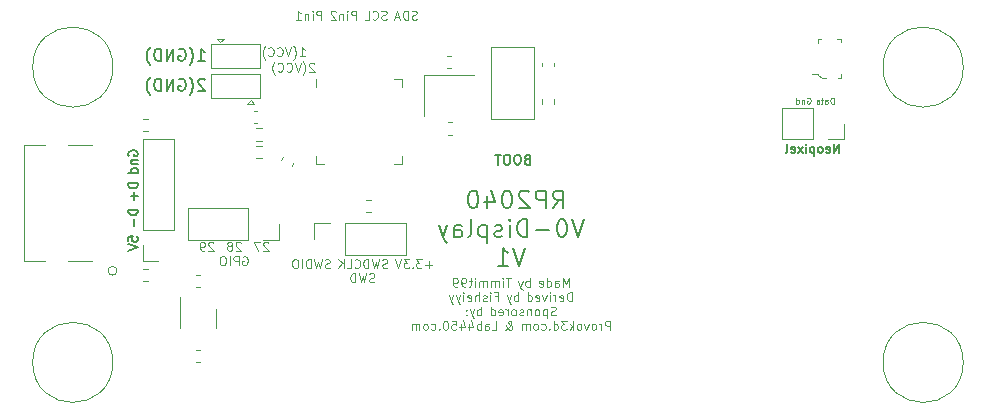
<source format=gbr>
G04 #@! TF.GenerationSoftware,KiCad,Pcbnew,(7.0.0)*
G04 #@! TF.CreationDate,2023-03-04T11:40:14-06:00*
G04 #@! TF.ProjectId,V0_Display,56305f44-6973-4706-9c61-792e6b696361,rev?*
G04 #@! TF.SameCoordinates,Original*
G04 #@! TF.FileFunction,Legend,Bot*
G04 #@! TF.FilePolarity,Positive*
%FSLAX46Y46*%
G04 Gerber Fmt 4.6, Leading zero omitted, Abs format (unit mm)*
G04 Created by KiCad (PCBNEW (7.0.0)) date 2023-03-04 11:40:14*
%MOMM*%
%LPD*%
G01*
G04 APERTURE LIST*
%ADD10C,0.125000*%
%ADD11C,0.120000*%
%ADD12C,0.100000*%
%ADD13C,0.150000*%
%ADD14C,0.200000*%
G04 APERTURE END LIST*
D10*
X131162428Y-74241785D02*
X131162428Y-73491785D01*
X131162428Y-73491785D02*
X130912428Y-74027500D01*
X130912428Y-74027500D02*
X130662428Y-73491785D01*
X130662428Y-73491785D02*
X130662428Y-74241785D01*
X129983857Y-74241785D02*
X129983857Y-73848928D01*
X129983857Y-73848928D02*
X130019571Y-73777500D01*
X130019571Y-73777500D02*
X130090999Y-73741785D01*
X130090999Y-73741785D02*
X130233857Y-73741785D01*
X130233857Y-73741785D02*
X130305285Y-73777500D01*
X129983857Y-74206071D02*
X130055285Y-74241785D01*
X130055285Y-74241785D02*
X130233857Y-74241785D01*
X130233857Y-74241785D02*
X130305285Y-74206071D01*
X130305285Y-74206071D02*
X130340999Y-74134642D01*
X130340999Y-74134642D02*
X130340999Y-74063214D01*
X130340999Y-74063214D02*
X130305285Y-73991785D01*
X130305285Y-73991785D02*
X130233857Y-73956071D01*
X130233857Y-73956071D02*
X130055285Y-73956071D01*
X130055285Y-73956071D02*
X129983857Y-73920357D01*
X129305286Y-74241785D02*
X129305286Y-73491785D01*
X129305286Y-74206071D02*
X129376714Y-74241785D01*
X129376714Y-74241785D02*
X129519571Y-74241785D01*
X129519571Y-74241785D02*
X129591000Y-74206071D01*
X129591000Y-74206071D02*
X129626714Y-74170357D01*
X129626714Y-74170357D02*
X129662428Y-74098928D01*
X129662428Y-74098928D02*
X129662428Y-73884642D01*
X129662428Y-73884642D02*
X129626714Y-73813214D01*
X129626714Y-73813214D02*
X129591000Y-73777500D01*
X129591000Y-73777500D02*
X129519571Y-73741785D01*
X129519571Y-73741785D02*
X129376714Y-73741785D01*
X129376714Y-73741785D02*
X129305286Y-73777500D01*
X128662429Y-74206071D02*
X128733857Y-74241785D01*
X128733857Y-74241785D02*
X128876715Y-74241785D01*
X128876715Y-74241785D02*
X128948143Y-74206071D01*
X128948143Y-74206071D02*
X128983857Y-74134642D01*
X128983857Y-74134642D02*
X128983857Y-73848928D01*
X128983857Y-73848928D02*
X128948143Y-73777500D01*
X128948143Y-73777500D02*
X128876715Y-73741785D01*
X128876715Y-73741785D02*
X128733857Y-73741785D01*
X128733857Y-73741785D02*
X128662429Y-73777500D01*
X128662429Y-73777500D02*
X128626715Y-73848928D01*
X128626715Y-73848928D02*
X128626715Y-73920357D01*
X128626715Y-73920357D02*
X128983857Y-73991785D01*
X127855286Y-74241785D02*
X127855286Y-73491785D01*
X127855286Y-73777500D02*
X127783858Y-73741785D01*
X127783858Y-73741785D02*
X127641000Y-73741785D01*
X127641000Y-73741785D02*
X127569572Y-73777500D01*
X127569572Y-73777500D02*
X127533858Y-73813214D01*
X127533858Y-73813214D02*
X127498143Y-73884642D01*
X127498143Y-73884642D02*
X127498143Y-74098928D01*
X127498143Y-74098928D02*
X127533858Y-74170357D01*
X127533858Y-74170357D02*
X127569572Y-74206071D01*
X127569572Y-74206071D02*
X127641000Y-74241785D01*
X127641000Y-74241785D02*
X127783858Y-74241785D01*
X127783858Y-74241785D02*
X127855286Y-74206071D01*
X127248144Y-73741785D02*
X127069572Y-74241785D01*
X126891001Y-73741785D02*
X127069572Y-74241785D01*
X127069572Y-74241785D02*
X127141001Y-74420357D01*
X127141001Y-74420357D02*
X127176715Y-74456071D01*
X127176715Y-74456071D02*
X127248144Y-74491785D01*
X126262429Y-73491785D02*
X125833858Y-73491785D01*
X126048143Y-74241785D02*
X126048143Y-73491785D01*
X125583857Y-74241785D02*
X125583857Y-73741785D01*
X125583857Y-73491785D02*
X125619571Y-73527500D01*
X125619571Y-73527500D02*
X125583857Y-73563214D01*
X125583857Y-73563214D02*
X125548143Y-73527500D01*
X125548143Y-73527500D02*
X125583857Y-73491785D01*
X125583857Y-73491785D02*
X125583857Y-73563214D01*
X125226714Y-74241785D02*
X125226714Y-73741785D01*
X125226714Y-73813214D02*
X125191000Y-73777500D01*
X125191000Y-73777500D02*
X125119571Y-73741785D01*
X125119571Y-73741785D02*
X125012428Y-73741785D01*
X125012428Y-73741785D02*
X124941000Y-73777500D01*
X124941000Y-73777500D02*
X124905286Y-73848928D01*
X124905286Y-73848928D02*
X124905286Y-74241785D01*
X124905286Y-73848928D02*
X124869571Y-73777500D01*
X124869571Y-73777500D02*
X124798143Y-73741785D01*
X124798143Y-73741785D02*
X124691000Y-73741785D01*
X124691000Y-73741785D02*
X124619571Y-73777500D01*
X124619571Y-73777500D02*
X124583857Y-73848928D01*
X124583857Y-73848928D02*
X124583857Y-74241785D01*
X124226714Y-74241785D02*
X124226714Y-73741785D01*
X124226714Y-73813214D02*
X124191000Y-73777500D01*
X124191000Y-73777500D02*
X124119571Y-73741785D01*
X124119571Y-73741785D02*
X124012428Y-73741785D01*
X124012428Y-73741785D02*
X123941000Y-73777500D01*
X123941000Y-73777500D02*
X123905286Y-73848928D01*
X123905286Y-73848928D02*
X123905286Y-74241785D01*
X123905286Y-73848928D02*
X123869571Y-73777500D01*
X123869571Y-73777500D02*
X123798143Y-73741785D01*
X123798143Y-73741785D02*
X123691000Y-73741785D01*
X123691000Y-73741785D02*
X123619571Y-73777500D01*
X123619571Y-73777500D02*
X123583857Y-73848928D01*
X123583857Y-73848928D02*
X123583857Y-74241785D01*
X123226714Y-74241785D02*
X123226714Y-73741785D01*
X123226714Y-73491785D02*
X123262428Y-73527500D01*
X123262428Y-73527500D02*
X123226714Y-73563214D01*
X123226714Y-73563214D02*
X123191000Y-73527500D01*
X123191000Y-73527500D02*
X123226714Y-73491785D01*
X123226714Y-73491785D02*
X123226714Y-73563214D01*
X122976714Y-73741785D02*
X122691000Y-73741785D01*
X122869571Y-73491785D02*
X122869571Y-74134642D01*
X122869571Y-74134642D02*
X122833857Y-74206071D01*
X122833857Y-74206071D02*
X122762428Y-74241785D01*
X122762428Y-74241785D02*
X122691000Y-74241785D01*
X122405286Y-74241785D02*
X122262429Y-74241785D01*
X122262429Y-74241785D02*
X122191000Y-74206071D01*
X122191000Y-74206071D02*
X122155286Y-74170357D01*
X122155286Y-74170357D02*
X122083857Y-74063214D01*
X122083857Y-74063214D02*
X122048143Y-73920357D01*
X122048143Y-73920357D02*
X122048143Y-73634642D01*
X122048143Y-73634642D02*
X122083857Y-73563214D01*
X122083857Y-73563214D02*
X122119572Y-73527500D01*
X122119572Y-73527500D02*
X122191000Y-73491785D01*
X122191000Y-73491785D02*
X122333857Y-73491785D01*
X122333857Y-73491785D02*
X122405286Y-73527500D01*
X122405286Y-73527500D02*
X122441000Y-73563214D01*
X122441000Y-73563214D02*
X122476714Y-73634642D01*
X122476714Y-73634642D02*
X122476714Y-73813214D01*
X122476714Y-73813214D02*
X122441000Y-73884642D01*
X122441000Y-73884642D02*
X122405286Y-73920357D01*
X122405286Y-73920357D02*
X122333857Y-73956071D01*
X122333857Y-73956071D02*
X122191000Y-73956071D01*
X122191000Y-73956071D02*
X122119572Y-73920357D01*
X122119572Y-73920357D02*
X122083857Y-73884642D01*
X122083857Y-73884642D02*
X122048143Y-73813214D01*
X121691000Y-74241785D02*
X121548143Y-74241785D01*
X121548143Y-74241785D02*
X121476714Y-74206071D01*
X121476714Y-74206071D02*
X121441000Y-74170357D01*
X121441000Y-74170357D02*
X121369571Y-74063214D01*
X121369571Y-74063214D02*
X121333857Y-73920357D01*
X121333857Y-73920357D02*
X121333857Y-73634642D01*
X121333857Y-73634642D02*
X121369571Y-73563214D01*
X121369571Y-73563214D02*
X121405286Y-73527500D01*
X121405286Y-73527500D02*
X121476714Y-73491785D01*
X121476714Y-73491785D02*
X121619571Y-73491785D01*
X121619571Y-73491785D02*
X121691000Y-73527500D01*
X121691000Y-73527500D02*
X121726714Y-73563214D01*
X121726714Y-73563214D02*
X121762428Y-73634642D01*
X121762428Y-73634642D02*
X121762428Y-73813214D01*
X121762428Y-73813214D02*
X121726714Y-73884642D01*
X121726714Y-73884642D02*
X121691000Y-73920357D01*
X121691000Y-73920357D02*
X121619571Y-73956071D01*
X121619571Y-73956071D02*
X121476714Y-73956071D01*
X121476714Y-73956071D02*
X121405286Y-73920357D01*
X121405286Y-73920357D02*
X121369571Y-73884642D01*
X121369571Y-73884642D02*
X121333857Y-73813214D01*
X131430285Y-75456785D02*
X131430285Y-74706785D01*
X131430285Y-74706785D02*
X131251714Y-74706785D01*
X131251714Y-74706785D02*
X131144571Y-74742500D01*
X131144571Y-74742500D02*
X131073142Y-74813928D01*
X131073142Y-74813928D02*
X131037428Y-74885357D01*
X131037428Y-74885357D02*
X131001714Y-75028214D01*
X131001714Y-75028214D02*
X131001714Y-75135357D01*
X131001714Y-75135357D02*
X131037428Y-75278214D01*
X131037428Y-75278214D02*
X131073142Y-75349642D01*
X131073142Y-75349642D02*
X131144571Y-75421071D01*
X131144571Y-75421071D02*
X131251714Y-75456785D01*
X131251714Y-75456785D02*
X131430285Y-75456785D01*
X130394571Y-75421071D02*
X130465999Y-75456785D01*
X130465999Y-75456785D02*
X130608857Y-75456785D01*
X130608857Y-75456785D02*
X130680285Y-75421071D01*
X130680285Y-75421071D02*
X130715999Y-75349642D01*
X130715999Y-75349642D02*
X130715999Y-75063928D01*
X130715999Y-75063928D02*
X130680285Y-74992500D01*
X130680285Y-74992500D02*
X130608857Y-74956785D01*
X130608857Y-74956785D02*
X130465999Y-74956785D01*
X130465999Y-74956785D02*
X130394571Y-74992500D01*
X130394571Y-74992500D02*
X130358857Y-75063928D01*
X130358857Y-75063928D02*
X130358857Y-75135357D01*
X130358857Y-75135357D02*
X130715999Y-75206785D01*
X130037428Y-75456785D02*
X130037428Y-74956785D01*
X130037428Y-75099642D02*
X130001714Y-75028214D01*
X130001714Y-75028214D02*
X129966000Y-74992500D01*
X129966000Y-74992500D02*
X129894571Y-74956785D01*
X129894571Y-74956785D02*
X129823142Y-74956785D01*
X129573142Y-75456785D02*
X129573142Y-74956785D01*
X129573142Y-74706785D02*
X129608856Y-74742500D01*
X129608856Y-74742500D02*
X129573142Y-74778214D01*
X129573142Y-74778214D02*
X129537428Y-74742500D01*
X129537428Y-74742500D02*
X129573142Y-74706785D01*
X129573142Y-74706785D02*
X129573142Y-74778214D01*
X129287428Y-74956785D02*
X129108856Y-75456785D01*
X129108856Y-75456785D02*
X128930285Y-74956785D01*
X128358856Y-75421071D02*
X128430284Y-75456785D01*
X128430284Y-75456785D02*
X128573142Y-75456785D01*
X128573142Y-75456785D02*
X128644570Y-75421071D01*
X128644570Y-75421071D02*
X128680284Y-75349642D01*
X128680284Y-75349642D02*
X128680284Y-75063928D01*
X128680284Y-75063928D02*
X128644570Y-74992500D01*
X128644570Y-74992500D02*
X128573142Y-74956785D01*
X128573142Y-74956785D02*
X128430284Y-74956785D01*
X128430284Y-74956785D02*
X128358856Y-74992500D01*
X128358856Y-74992500D02*
X128323142Y-75063928D01*
X128323142Y-75063928D02*
X128323142Y-75135357D01*
X128323142Y-75135357D02*
X128680284Y-75206785D01*
X127680285Y-75456785D02*
X127680285Y-74706785D01*
X127680285Y-75421071D02*
X127751713Y-75456785D01*
X127751713Y-75456785D02*
X127894570Y-75456785D01*
X127894570Y-75456785D02*
X127965999Y-75421071D01*
X127965999Y-75421071D02*
X128001713Y-75385357D01*
X128001713Y-75385357D02*
X128037427Y-75313928D01*
X128037427Y-75313928D02*
X128037427Y-75099642D01*
X128037427Y-75099642D02*
X128001713Y-75028214D01*
X128001713Y-75028214D02*
X127965999Y-74992500D01*
X127965999Y-74992500D02*
X127894570Y-74956785D01*
X127894570Y-74956785D02*
X127751713Y-74956785D01*
X127751713Y-74956785D02*
X127680285Y-74992500D01*
X126873142Y-75456785D02*
X126873142Y-74706785D01*
X126873142Y-74992500D02*
X126801714Y-74956785D01*
X126801714Y-74956785D02*
X126658856Y-74956785D01*
X126658856Y-74956785D02*
X126587428Y-74992500D01*
X126587428Y-74992500D02*
X126551714Y-75028214D01*
X126551714Y-75028214D02*
X126515999Y-75099642D01*
X126515999Y-75099642D02*
X126515999Y-75313928D01*
X126515999Y-75313928D02*
X126551714Y-75385357D01*
X126551714Y-75385357D02*
X126587428Y-75421071D01*
X126587428Y-75421071D02*
X126658856Y-75456785D01*
X126658856Y-75456785D02*
X126801714Y-75456785D01*
X126801714Y-75456785D02*
X126873142Y-75421071D01*
X126266000Y-74956785D02*
X126087428Y-75456785D01*
X125908857Y-74956785D02*
X126087428Y-75456785D01*
X126087428Y-75456785D02*
X126158857Y-75635357D01*
X126158857Y-75635357D02*
X126194571Y-75671071D01*
X126194571Y-75671071D02*
X126266000Y-75706785D01*
X124923142Y-75063928D02*
X125173142Y-75063928D01*
X125173142Y-75456785D02*
X125173142Y-74706785D01*
X125173142Y-74706785D02*
X124815999Y-74706785D01*
X124530285Y-75456785D02*
X124530285Y-74956785D01*
X124530285Y-74706785D02*
X124565999Y-74742500D01*
X124565999Y-74742500D02*
X124530285Y-74778214D01*
X124530285Y-74778214D02*
X124494571Y-74742500D01*
X124494571Y-74742500D02*
X124530285Y-74706785D01*
X124530285Y-74706785D02*
X124530285Y-74778214D01*
X124208856Y-75421071D02*
X124137428Y-75456785D01*
X124137428Y-75456785D02*
X123994571Y-75456785D01*
X123994571Y-75456785D02*
X123923142Y-75421071D01*
X123923142Y-75421071D02*
X123887428Y-75349642D01*
X123887428Y-75349642D02*
X123887428Y-75313928D01*
X123887428Y-75313928D02*
X123923142Y-75242500D01*
X123923142Y-75242500D02*
X123994571Y-75206785D01*
X123994571Y-75206785D02*
X124101714Y-75206785D01*
X124101714Y-75206785D02*
X124173142Y-75171071D01*
X124173142Y-75171071D02*
X124208856Y-75099642D01*
X124208856Y-75099642D02*
X124208856Y-75063928D01*
X124208856Y-75063928D02*
X124173142Y-74992500D01*
X124173142Y-74992500D02*
X124101714Y-74956785D01*
X124101714Y-74956785D02*
X123994571Y-74956785D01*
X123994571Y-74956785D02*
X123923142Y-74992500D01*
X123565999Y-75456785D02*
X123565999Y-74706785D01*
X123244571Y-75456785D02*
X123244571Y-75063928D01*
X123244571Y-75063928D02*
X123280285Y-74992500D01*
X123280285Y-74992500D02*
X123351713Y-74956785D01*
X123351713Y-74956785D02*
X123458856Y-74956785D01*
X123458856Y-74956785D02*
X123530285Y-74992500D01*
X123530285Y-74992500D02*
X123565999Y-75028214D01*
X122601714Y-75421071D02*
X122673142Y-75456785D01*
X122673142Y-75456785D02*
X122816000Y-75456785D01*
X122816000Y-75456785D02*
X122887428Y-75421071D01*
X122887428Y-75421071D02*
X122923142Y-75349642D01*
X122923142Y-75349642D02*
X122923142Y-75063928D01*
X122923142Y-75063928D02*
X122887428Y-74992500D01*
X122887428Y-74992500D02*
X122816000Y-74956785D01*
X122816000Y-74956785D02*
X122673142Y-74956785D01*
X122673142Y-74956785D02*
X122601714Y-74992500D01*
X122601714Y-74992500D02*
X122566000Y-75063928D01*
X122566000Y-75063928D02*
X122566000Y-75135357D01*
X122566000Y-75135357D02*
X122923142Y-75206785D01*
X122244571Y-75456785D02*
X122244571Y-74956785D01*
X122244571Y-74706785D02*
X122280285Y-74742500D01*
X122280285Y-74742500D02*
X122244571Y-74778214D01*
X122244571Y-74778214D02*
X122208857Y-74742500D01*
X122208857Y-74742500D02*
X122244571Y-74706785D01*
X122244571Y-74706785D02*
X122244571Y-74778214D01*
X121958857Y-74956785D02*
X121780285Y-75456785D01*
X121601714Y-74956785D02*
X121780285Y-75456785D01*
X121780285Y-75456785D02*
X121851714Y-75635357D01*
X121851714Y-75635357D02*
X121887428Y-75671071D01*
X121887428Y-75671071D02*
X121958857Y-75706785D01*
X121387428Y-74956785D02*
X121208856Y-75456785D01*
X121030285Y-74956785D02*
X121208856Y-75456785D01*
X121208856Y-75456785D02*
X121280285Y-75635357D01*
X121280285Y-75635357D02*
X121315999Y-75671071D01*
X121315999Y-75671071D02*
X121387428Y-75706785D01*
X130062427Y-76636071D02*
X129955285Y-76671785D01*
X129955285Y-76671785D02*
X129776713Y-76671785D01*
X129776713Y-76671785D02*
X129705285Y-76636071D01*
X129705285Y-76636071D02*
X129669570Y-76600357D01*
X129669570Y-76600357D02*
X129633856Y-76528928D01*
X129633856Y-76528928D02*
X129633856Y-76457500D01*
X129633856Y-76457500D02*
X129669570Y-76386071D01*
X129669570Y-76386071D02*
X129705285Y-76350357D01*
X129705285Y-76350357D02*
X129776713Y-76314642D01*
X129776713Y-76314642D02*
X129919570Y-76278928D01*
X129919570Y-76278928D02*
X129990999Y-76243214D01*
X129990999Y-76243214D02*
X130026713Y-76207500D01*
X130026713Y-76207500D02*
X130062427Y-76136071D01*
X130062427Y-76136071D02*
X130062427Y-76064642D01*
X130062427Y-76064642D02*
X130026713Y-75993214D01*
X130026713Y-75993214D02*
X129990999Y-75957500D01*
X129990999Y-75957500D02*
X129919570Y-75921785D01*
X129919570Y-75921785D02*
X129740999Y-75921785D01*
X129740999Y-75921785D02*
X129633856Y-75957500D01*
X129312427Y-76171785D02*
X129312427Y-76921785D01*
X129312427Y-76207500D02*
X129240999Y-76171785D01*
X129240999Y-76171785D02*
X129098141Y-76171785D01*
X129098141Y-76171785D02*
X129026713Y-76207500D01*
X129026713Y-76207500D02*
X128990999Y-76243214D01*
X128990999Y-76243214D02*
X128955284Y-76314642D01*
X128955284Y-76314642D02*
X128955284Y-76528928D01*
X128955284Y-76528928D02*
X128990999Y-76600357D01*
X128990999Y-76600357D02*
X129026713Y-76636071D01*
X129026713Y-76636071D02*
X129098141Y-76671785D01*
X129098141Y-76671785D02*
X129240999Y-76671785D01*
X129240999Y-76671785D02*
X129312427Y-76636071D01*
X128526713Y-76671785D02*
X128598142Y-76636071D01*
X128598142Y-76636071D02*
X128633856Y-76600357D01*
X128633856Y-76600357D02*
X128669570Y-76528928D01*
X128669570Y-76528928D02*
X128669570Y-76314642D01*
X128669570Y-76314642D02*
X128633856Y-76243214D01*
X128633856Y-76243214D02*
X128598142Y-76207500D01*
X128598142Y-76207500D02*
X128526713Y-76171785D01*
X128526713Y-76171785D02*
X128419570Y-76171785D01*
X128419570Y-76171785D02*
X128348142Y-76207500D01*
X128348142Y-76207500D02*
X128312428Y-76243214D01*
X128312428Y-76243214D02*
X128276713Y-76314642D01*
X128276713Y-76314642D02*
X128276713Y-76528928D01*
X128276713Y-76528928D02*
X128312428Y-76600357D01*
X128312428Y-76600357D02*
X128348142Y-76636071D01*
X128348142Y-76636071D02*
X128419570Y-76671785D01*
X128419570Y-76671785D02*
X128526713Y-76671785D01*
X127955285Y-76171785D02*
X127955285Y-76671785D01*
X127955285Y-76243214D02*
X127919571Y-76207500D01*
X127919571Y-76207500D02*
X127848142Y-76171785D01*
X127848142Y-76171785D02*
X127740999Y-76171785D01*
X127740999Y-76171785D02*
X127669571Y-76207500D01*
X127669571Y-76207500D02*
X127633857Y-76278928D01*
X127633857Y-76278928D02*
X127633857Y-76671785D01*
X127312428Y-76636071D02*
X127241000Y-76671785D01*
X127241000Y-76671785D02*
X127098143Y-76671785D01*
X127098143Y-76671785D02*
X127026714Y-76636071D01*
X127026714Y-76636071D02*
X126991000Y-76564642D01*
X126991000Y-76564642D02*
X126991000Y-76528928D01*
X126991000Y-76528928D02*
X127026714Y-76457500D01*
X127026714Y-76457500D02*
X127098143Y-76421785D01*
X127098143Y-76421785D02*
X127205286Y-76421785D01*
X127205286Y-76421785D02*
X127276714Y-76386071D01*
X127276714Y-76386071D02*
X127312428Y-76314642D01*
X127312428Y-76314642D02*
X127312428Y-76278928D01*
X127312428Y-76278928D02*
X127276714Y-76207500D01*
X127276714Y-76207500D02*
X127205286Y-76171785D01*
X127205286Y-76171785D02*
X127098143Y-76171785D01*
X127098143Y-76171785D02*
X127026714Y-76207500D01*
X126562428Y-76671785D02*
X126633857Y-76636071D01*
X126633857Y-76636071D02*
X126669571Y-76600357D01*
X126669571Y-76600357D02*
X126705285Y-76528928D01*
X126705285Y-76528928D02*
X126705285Y-76314642D01*
X126705285Y-76314642D02*
X126669571Y-76243214D01*
X126669571Y-76243214D02*
X126633857Y-76207500D01*
X126633857Y-76207500D02*
X126562428Y-76171785D01*
X126562428Y-76171785D02*
X126455285Y-76171785D01*
X126455285Y-76171785D02*
X126383857Y-76207500D01*
X126383857Y-76207500D02*
X126348143Y-76243214D01*
X126348143Y-76243214D02*
X126312428Y-76314642D01*
X126312428Y-76314642D02*
X126312428Y-76528928D01*
X126312428Y-76528928D02*
X126348143Y-76600357D01*
X126348143Y-76600357D02*
X126383857Y-76636071D01*
X126383857Y-76636071D02*
X126455285Y-76671785D01*
X126455285Y-76671785D02*
X126562428Y-76671785D01*
X125991000Y-76671785D02*
X125991000Y-76171785D01*
X125991000Y-76314642D02*
X125955286Y-76243214D01*
X125955286Y-76243214D02*
X125919572Y-76207500D01*
X125919572Y-76207500D02*
X125848143Y-76171785D01*
X125848143Y-76171785D02*
X125776714Y-76171785D01*
X125241000Y-76636071D02*
X125312428Y-76671785D01*
X125312428Y-76671785D02*
X125455286Y-76671785D01*
X125455286Y-76671785D02*
X125526714Y-76636071D01*
X125526714Y-76636071D02*
X125562428Y-76564642D01*
X125562428Y-76564642D02*
X125562428Y-76278928D01*
X125562428Y-76278928D02*
X125526714Y-76207500D01*
X125526714Y-76207500D02*
X125455286Y-76171785D01*
X125455286Y-76171785D02*
X125312428Y-76171785D01*
X125312428Y-76171785D02*
X125241000Y-76207500D01*
X125241000Y-76207500D02*
X125205286Y-76278928D01*
X125205286Y-76278928D02*
X125205286Y-76350357D01*
X125205286Y-76350357D02*
X125562428Y-76421785D01*
X124562429Y-76671785D02*
X124562429Y-75921785D01*
X124562429Y-76636071D02*
X124633857Y-76671785D01*
X124633857Y-76671785D02*
X124776714Y-76671785D01*
X124776714Y-76671785D02*
X124848143Y-76636071D01*
X124848143Y-76636071D02*
X124883857Y-76600357D01*
X124883857Y-76600357D02*
X124919571Y-76528928D01*
X124919571Y-76528928D02*
X124919571Y-76314642D01*
X124919571Y-76314642D02*
X124883857Y-76243214D01*
X124883857Y-76243214D02*
X124848143Y-76207500D01*
X124848143Y-76207500D02*
X124776714Y-76171785D01*
X124776714Y-76171785D02*
X124633857Y-76171785D01*
X124633857Y-76171785D02*
X124562429Y-76207500D01*
X123755286Y-76671785D02*
X123755286Y-75921785D01*
X123755286Y-76207500D02*
X123683858Y-76171785D01*
X123683858Y-76171785D02*
X123541000Y-76171785D01*
X123541000Y-76171785D02*
X123469572Y-76207500D01*
X123469572Y-76207500D02*
X123433858Y-76243214D01*
X123433858Y-76243214D02*
X123398143Y-76314642D01*
X123398143Y-76314642D02*
X123398143Y-76528928D01*
X123398143Y-76528928D02*
X123433858Y-76600357D01*
X123433858Y-76600357D02*
X123469572Y-76636071D01*
X123469572Y-76636071D02*
X123541000Y-76671785D01*
X123541000Y-76671785D02*
X123683858Y-76671785D01*
X123683858Y-76671785D02*
X123755286Y-76636071D01*
X123148144Y-76171785D02*
X122969572Y-76671785D01*
X122791001Y-76171785D02*
X122969572Y-76671785D01*
X122969572Y-76671785D02*
X123041001Y-76850357D01*
X123041001Y-76850357D02*
X123076715Y-76886071D01*
X123076715Y-76886071D02*
X123148144Y-76921785D01*
X122505286Y-76600357D02*
X122469572Y-76636071D01*
X122469572Y-76636071D02*
X122505286Y-76671785D01*
X122505286Y-76671785D02*
X122541000Y-76636071D01*
X122541000Y-76636071D02*
X122505286Y-76600357D01*
X122505286Y-76600357D02*
X122505286Y-76671785D01*
X122505286Y-76207500D02*
X122469572Y-76243214D01*
X122469572Y-76243214D02*
X122505286Y-76278928D01*
X122505286Y-76278928D02*
X122541000Y-76243214D01*
X122541000Y-76243214D02*
X122505286Y-76207500D01*
X122505286Y-76207500D02*
X122505286Y-76278928D01*
X134662427Y-77886785D02*
X134662427Y-77136785D01*
X134662427Y-77136785D02*
X134376713Y-77136785D01*
X134376713Y-77136785D02*
X134305284Y-77172500D01*
X134305284Y-77172500D02*
X134269570Y-77208214D01*
X134269570Y-77208214D02*
X134233856Y-77279642D01*
X134233856Y-77279642D02*
X134233856Y-77386785D01*
X134233856Y-77386785D02*
X134269570Y-77458214D01*
X134269570Y-77458214D02*
X134305284Y-77493928D01*
X134305284Y-77493928D02*
X134376713Y-77529642D01*
X134376713Y-77529642D02*
X134662427Y-77529642D01*
X133912427Y-77886785D02*
X133912427Y-77386785D01*
X133912427Y-77529642D02*
X133876713Y-77458214D01*
X133876713Y-77458214D02*
X133840999Y-77422500D01*
X133840999Y-77422500D02*
X133769570Y-77386785D01*
X133769570Y-77386785D02*
X133698141Y-77386785D01*
X133340998Y-77886785D02*
X133412427Y-77851071D01*
X133412427Y-77851071D02*
X133448141Y-77815357D01*
X133448141Y-77815357D02*
X133483855Y-77743928D01*
X133483855Y-77743928D02*
X133483855Y-77529642D01*
X133483855Y-77529642D02*
X133448141Y-77458214D01*
X133448141Y-77458214D02*
X133412427Y-77422500D01*
X133412427Y-77422500D02*
X133340998Y-77386785D01*
X133340998Y-77386785D02*
X133233855Y-77386785D01*
X133233855Y-77386785D02*
X133162427Y-77422500D01*
X133162427Y-77422500D02*
X133126713Y-77458214D01*
X133126713Y-77458214D02*
X133090998Y-77529642D01*
X133090998Y-77529642D02*
X133090998Y-77743928D01*
X133090998Y-77743928D02*
X133126713Y-77815357D01*
X133126713Y-77815357D02*
X133162427Y-77851071D01*
X133162427Y-77851071D02*
X133233855Y-77886785D01*
X133233855Y-77886785D02*
X133340998Y-77886785D01*
X132840999Y-77386785D02*
X132662427Y-77886785D01*
X132662427Y-77886785D02*
X132483856Y-77386785D01*
X132090998Y-77886785D02*
X132162427Y-77851071D01*
X132162427Y-77851071D02*
X132198141Y-77815357D01*
X132198141Y-77815357D02*
X132233855Y-77743928D01*
X132233855Y-77743928D02*
X132233855Y-77529642D01*
X132233855Y-77529642D02*
X132198141Y-77458214D01*
X132198141Y-77458214D02*
X132162427Y-77422500D01*
X132162427Y-77422500D02*
X132090998Y-77386785D01*
X132090998Y-77386785D02*
X131983855Y-77386785D01*
X131983855Y-77386785D02*
X131912427Y-77422500D01*
X131912427Y-77422500D02*
X131876713Y-77458214D01*
X131876713Y-77458214D02*
X131840998Y-77529642D01*
X131840998Y-77529642D02*
X131840998Y-77743928D01*
X131840998Y-77743928D02*
X131876713Y-77815357D01*
X131876713Y-77815357D02*
X131912427Y-77851071D01*
X131912427Y-77851071D02*
X131983855Y-77886785D01*
X131983855Y-77886785D02*
X132090998Y-77886785D01*
X131519570Y-77886785D02*
X131519570Y-77136785D01*
X131448142Y-77601071D02*
X131233856Y-77886785D01*
X131233856Y-77386785D02*
X131519570Y-77672500D01*
X130983856Y-77136785D02*
X130519570Y-77136785D01*
X130519570Y-77136785D02*
X130769570Y-77422500D01*
X130769570Y-77422500D02*
X130662427Y-77422500D01*
X130662427Y-77422500D02*
X130590999Y-77458214D01*
X130590999Y-77458214D02*
X130555284Y-77493928D01*
X130555284Y-77493928D02*
X130519570Y-77565357D01*
X130519570Y-77565357D02*
X130519570Y-77743928D01*
X130519570Y-77743928D02*
X130555284Y-77815357D01*
X130555284Y-77815357D02*
X130590999Y-77851071D01*
X130590999Y-77851071D02*
X130662427Y-77886785D01*
X130662427Y-77886785D02*
X130876713Y-77886785D01*
X130876713Y-77886785D02*
X130948141Y-77851071D01*
X130948141Y-77851071D02*
X130983856Y-77815357D01*
X129876713Y-77886785D02*
X129876713Y-77136785D01*
X129876713Y-77851071D02*
X129948141Y-77886785D01*
X129948141Y-77886785D02*
X130090998Y-77886785D01*
X130090998Y-77886785D02*
X130162427Y-77851071D01*
X130162427Y-77851071D02*
X130198141Y-77815357D01*
X130198141Y-77815357D02*
X130233855Y-77743928D01*
X130233855Y-77743928D02*
X130233855Y-77529642D01*
X130233855Y-77529642D02*
X130198141Y-77458214D01*
X130198141Y-77458214D02*
X130162427Y-77422500D01*
X130162427Y-77422500D02*
X130090998Y-77386785D01*
X130090998Y-77386785D02*
X129948141Y-77386785D01*
X129948141Y-77386785D02*
X129876713Y-77422500D01*
X129519570Y-77815357D02*
X129483856Y-77851071D01*
X129483856Y-77851071D02*
X129519570Y-77886785D01*
X129519570Y-77886785D02*
X129555284Y-77851071D01*
X129555284Y-77851071D02*
X129519570Y-77815357D01*
X129519570Y-77815357D02*
X129519570Y-77886785D01*
X128840999Y-77851071D02*
X128912427Y-77886785D01*
X128912427Y-77886785D02*
X129055284Y-77886785D01*
X129055284Y-77886785D02*
X129126713Y-77851071D01*
X129126713Y-77851071D02*
X129162427Y-77815357D01*
X129162427Y-77815357D02*
X129198141Y-77743928D01*
X129198141Y-77743928D02*
X129198141Y-77529642D01*
X129198141Y-77529642D02*
X129162427Y-77458214D01*
X129162427Y-77458214D02*
X129126713Y-77422500D01*
X129126713Y-77422500D02*
X129055284Y-77386785D01*
X129055284Y-77386785D02*
X128912427Y-77386785D01*
X128912427Y-77386785D02*
X128840999Y-77422500D01*
X128412427Y-77886785D02*
X128483856Y-77851071D01*
X128483856Y-77851071D02*
X128519570Y-77815357D01*
X128519570Y-77815357D02*
X128555284Y-77743928D01*
X128555284Y-77743928D02*
X128555284Y-77529642D01*
X128555284Y-77529642D02*
X128519570Y-77458214D01*
X128519570Y-77458214D02*
X128483856Y-77422500D01*
X128483856Y-77422500D02*
X128412427Y-77386785D01*
X128412427Y-77386785D02*
X128305284Y-77386785D01*
X128305284Y-77386785D02*
X128233856Y-77422500D01*
X128233856Y-77422500D02*
X128198142Y-77458214D01*
X128198142Y-77458214D02*
X128162427Y-77529642D01*
X128162427Y-77529642D02*
X128162427Y-77743928D01*
X128162427Y-77743928D02*
X128198142Y-77815357D01*
X128198142Y-77815357D02*
X128233856Y-77851071D01*
X128233856Y-77851071D02*
X128305284Y-77886785D01*
X128305284Y-77886785D02*
X128412427Y-77886785D01*
X127840999Y-77886785D02*
X127840999Y-77386785D01*
X127840999Y-77458214D02*
X127805285Y-77422500D01*
X127805285Y-77422500D02*
X127733856Y-77386785D01*
X127733856Y-77386785D02*
X127626713Y-77386785D01*
X127626713Y-77386785D02*
X127555285Y-77422500D01*
X127555285Y-77422500D02*
X127519571Y-77493928D01*
X127519571Y-77493928D02*
X127519571Y-77886785D01*
X127519571Y-77493928D02*
X127483856Y-77422500D01*
X127483856Y-77422500D02*
X127412428Y-77386785D01*
X127412428Y-77386785D02*
X127305285Y-77386785D01*
X127305285Y-77386785D02*
X127233856Y-77422500D01*
X127233856Y-77422500D02*
X127198142Y-77493928D01*
X127198142Y-77493928D02*
X127198142Y-77886785D01*
X125783856Y-77886785D02*
X125819571Y-77886785D01*
X125819571Y-77886785D02*
X125890999Y-77851071D01*
X125890999Y-77851071D02*
X125998142Y-77743928D01*
X125998142Y-77743928D02*
X126176713Y-77529642D01*
X126176713Y-77529642D02*
X126248142Y-77422500D01*
X126248142Y-77422500D02*
X126283856Y-77315357D01*
X126283856Y-77315357D02*
X126283856Y-77243928D01*
X126283856Y-77243928D02*
X126248142Y-77172500D01*
X126248142Y-77172500D02*
X126176713Y-77136785D01*
X126176713Y-77136785D02*
X126140999Y-77136785D01*
X126140999Y-77136785D02*
X126069571Y-77172500D01*
X126069571Y-77172500D02*
X126033856Y-77243928D01*
X126033856Y-77243928D02*
X126033856Y-77279642D01*
X126033856Y-77279642D02*
X126069571Y-77351071D01*
X126069571Y-77351071D02*
X126105285Y-77386785D01*
X126105285Y-77386785D02*
X126319571Y-77529642D01*
X126319571Y-77529642D02*
X126355285Y-77565357D01*
X126355285Y-77565357D02*
X126390999Y-77636785D01*
X126390999Y-77636785D02*
X126390999Y-77743928D01*
X126390999Y-77743928D02*
X126355285Y-77815357D01*
X126355285Y-77815357D02*
X126319571Y-77851071D01*
X126319571Y-77851071D02*
X126248142Y-77886785D01*
X126248142Y-77886785D02*
X126140999Y-77886785D01*
X126140999Y-77886785D02*
X126069571Y-77851071D01*
X126069571Y-77851071D02*
X126033856Y-77815357D01*
X126033856Y-77815357D02*
X125926713Y-77672500D01*
X125926713Y-77672500D02*
X125890999Y-77565357D01*
X125890999Y-77565357D02*
X125890999Y-77493928D01*
X124655285Y-77886785D02*
X125012428Y-77886785D01*
X125012428Y-77886785D02*
X125012428Y-77136785D01*
X124083857Y-77886785D02*
X124083857Y-77493928D01*
X124083857Y-77493928D02*
X124119571Y-77422500D01*
X124119571Y-77422500D02*
X124190999Y-77386785D01*
X124190999Y-77386785D02*
X124333857Y-77386785D01*
X124333857Y-77386785D02*
X124405285Y-77422500D01*
X124083857Y-77851071D02*
X124155285Y-77886785D01*
X124155285Y-77886785D02*
X124333857Y-77886785D01*
X124333857Y-77886785D02*
X124405285Y-77851071D01*
X124405285Y-77851071D02*
X124440999Y-77779642D01*
X124440999Y-77779642D02*
X124440999Y-77708214D01*
X124440999Y-77708214D02*
X124405285Y-77636785D01*
X124405285Y-77636785D02*
X124333857Y-77601071D01*
X124333857Y-77601071D02*
X124155285Y-77601071D01*
X124155285Y-77601071D02*
X124083857Y-77565357D01*
X123726714Y-77886785D02*
X123726714Y-77136785D01*
X123726714Y-77422500D02*
X123655286Y-77386785D01*
X123655286Y-77386785D02*
X123512428Y-77386785D01*
X123512428Y-77386785D02*
X123441000Y-77422500D01*
X123441000Y-77422500D02*
X123405286Y-77458214D01*
X123405286Y-77458214D02*
X123369571Y-77529642D01*
X123369571Y-77529642D02*
X123369571Y-77743928D01*
X123369571Y-77743928D02*
X123405286Y-77815357D01*
X123405286Y-77815357D02*
X123441000Y-77851071D01*
X123441000Y-77851071D02*
X123512428Y-77886785D01*
X123512428Y-77886785D02*
X123655286Y-77886785D01*
X123655286Y-77886785D02*
X123726714Y-77851071D01*
X122726715Y-77386785D02*
X122726715Y-77886785D01*
X122905286Y-77101071D02*
X123083857Y-77636785D01*
X123083857Y-77636785D02*
X122619572Y-77636785D01*
X122012429Y-77386785D02*
X122012429Y-77886785D01*
X122191000Y-77101071D02*
X122369571Y-77636785D01*
X122369571Y-77636785D02*
X121905286Y-77636785D01*
X121262428Y-77136785D02*
X121619571Y-77136785D01*
X121619571Y-77136785D02*
X121655285Y-77493928D01*
X121655285Y-77493928D02*
X121619571Y-77458214D01*
X121619571Y-77458214D02*
X121548143Y-77422500D01*
X121548143Y-77422500D02*
X121369571Y-77422500D01*
X121369571Y-77422500D02*
X121298143Y-77458214D01*
X121298143Y-77458214D02*
X121262428Y-77493928D01*
X121262428Y-77493928D02*
X121226714Y-77565357D01*
X121226714Y-77565357D02*
X121226714Y-77743928D01*
X121226714Y-77743928D02*
X121262428Y-77815357D01*
X121262428Y-77815357D02*
X121298143Y-77851071D01*
X121298143Y-77851071D02*
X121369571Y-77886785D01*
X121369571Y-77886785D02*
X121548143Y-77886785D01*
X121548143Y-77886785D02*
X121619571Y-77851071D01*
X121619571Y-77851071D02*
X121655285Y-77815357D01*
X120762428Y-77136785D02*
X120690999Y-77136785D01*
X120690999Y-77136785D02*
X120619571Y-77172500D01*
X120619571Y-77172500D02*
X120583857Y-77208214D01*
X120583857Y-77208214D02*
X120548142Y-77279642D01*
X120548142Y-77279642D02*
X120512428Y-77422500D01*
X120512428Y-77422500D02*
X120512428Y-77601071D01*
X120512428Y-77601071D02*
X120548142Y-77743928D01*
X120548142Y-77743928D02*
X120583857Y-77815357D01*
X120583857Y-77815357D02*
X120619571Y-77851071D01*
X120619571Y-77851071D02*
X120690999Y-77886785D01*
X120690999Y-77886785D02*
X120762428Y-77886785D01*
X120762428Y-77886785D02*
X120833857Y-77851071D01*
X120833857Y-77851071D02*
X120869571Y-77815357D01*
X120869571Y-77815357D02*
X120905285Y-77743928D01*
X120905285Y-77743928D02*
X120940999Y-77601071D01*
X120940999Y-77601071D02*
X120940999Y-77422500D01*
X120940999Y-77422500D02*
X120905285Y-77279642D01*
X120905285Y-77279642D02*
X120869571Y-77208214D01*
X120869571Y-77208214D02*
X120833857Y-77172500D01*
X120833857Y-77172500D02*
X120762428Y-77136785D01*
X120190999Y-77815357D02*
X120155285Y-77851071D01*
X120155285Y-77851071D02*
X120190999Y-77886785D01*
X120190999Y-77886785D02*
X120226713Y-77851071D01*
X120226713Y-77851071D02*
X120190999Y-77815357D01*
X120190999Y-77815357D02*
X120190999Y-77886785D01*
X119512428Y-77851071D02*
X119583856Y-77886785D01*
X119583856Y-77886785D02*
X119726713Y-77886785D01*
X119726713Y-77886785D02*
X119798142Y-77851071D01*
X119798142Y-77851071D02*
X119833856Y-77815357D01*
X119833856Y-77815357D02*
X119869570Y-77743928D01*
X119869570Y-77743928D02*
X119869570Y-77529642D01*
X119869570Y-77529642D02*
X119833856Y-77458214D01*
X119833856Y-77458214D02*
X119798142Y-77422500D01*
X119798142Y-77422500D02*
X119726713Y-77386785D01*
X119726713Y-77386785D02*
X119583856Y-77386785D01*
X119583856Y-77386785D02*
X119512428Y-77422500D01*
X119083856Y-77886785D02*
X119155285Y-77851071D01*
X119155285Y-77851071D02*
X119190999Y-77815357D01*
X119190999Y-77815357D02*
X119226713Y-77743928D01*
X119226713Y-77743928D02*
X119226713Y-77529642D01*
X119226713Y-77529642D02*
X119190999Y-77458214D01*
X119190999Y-77458214D02*
X119155285Y-77422500D01*
X119155285Y-77422500D02*
X119083856Y-77386785D01*
X119083856Y-77386785D02*
X118976713Y-77386785D01*
X118976713Y-77386785D02*
X118905285Y-77422500D01*
X118905285Y-77422500D02*
X118869571Y-77458214D01*
X118869571Y-77458214D02*
X118833856Y-77529642D01*
X118833856Y-77529642D02*
X118833856Y-77743928D01*
X118833856Y-77743928D02*
X118869571Y-77815357D01*
X118869571Y-77815357D02*
X118905285Y-77851071D01*
X118905285Y-77851071D02*
X118976713Y-77886785D01*
X118976713Y-77886785D02*
X119083856Y-77886785D01*
X118512428Y-77886785D02*
X118512428Y-77386785D01*
X118512428Y-77458214D02*
X118476714Y-77422500D01*
X118476714Y-77422500D02*
X118405285Y-77386785D01*
X118405285Y-77386785D02*
X118298142Y-77386785D01*
X118298142Y-77386785D02*
X118226714Y-77422500D01*
X118226714Y-77422500D02*
X118191000Y-77493928D01*
X118191000Y-77493928D02*
X118191000Y-77886785D01*
X118191000Y-77493928D02*
X118155285Y-77422500D01*
X118155285Y-77422500D02*
X118083857Y-77386785D01*
X118083857Y-77386785D02*
X117976714Y-77386785D01*
X117976714Y-77386785D02*
X117905285Y-77422500D01*
X117905285Y-77422500D02*
X117869571Y-77493928D01*
X117869571Y-77493928D02*
X117869571Y-77886785D01*
D11*
X164564113Y-55650000D02*
G75*
G03*
X164564113Y-55650000I-3394113J0D01*
G01*
X92564113Y-80650000D02*
G75*
G03*
X92564113Y-80650000I-3394113J0D01*
G01*
X92564113Y-55650000D02*
G75*
G03*
X92564113Y-55650000I-3394113J0D01*
G01*
X164564113Y-80650000D02*
G75*
G03*
X164564113Y-80650000I-3394113J0D01*
G01*
D12*
X118291428Y-51587821D02*
X118184286Y-51623535D01*
X118184286Y-51623535D02*
X118005714Y-51623535D01*
X118005714Y-51623535D02*
X117934286Y-51587821D01*
X117934286Y-51587821D02*
X117898571Y-51552107D01*
X117898571Y-51552107D02*
X117862857Y-51480678D01*
X117862857Y-51480678D02*
X117862857Y-51409250D01*
X117862857Y-51409250D02*
X117898571Y-51337821D01*
X117898571Y-51337821D02*
X117934286Y-51302107D01*
X117934286Y-51302107D02*
X118005714Y-51266392D01*
X118005714Y-51266392D02*
X118148571Y-51230678D01*
X118148571Y-51230678D02*
X118220000Y-51194964D01*
X118220000Y-51194964D02*
X118255714Y-51159250D01*
X118255714Y-51159250D02*
X118291428Y-51087821D01*
X118291428Y-51087821D02*
X118291428Y-51016392D01*
X118291428Y-51016392D02*
X118255714Y-50944964D01*
X118255714Y-50944964D02*
X118220000Y-50909250D01*
X118220000Y-50909250D02*
X118148571Y-50873535D01*
X118148571Y-50873535D02*
X117970000Y-50873535D01*
X117970000Y-50873535D02*
X117862857Y-50909250D01*
X117541428Y-51623535D02*
X117541428Y-50873535D01*
X117541428Y-50873535D02*
X117362857Y-50873535D01*
X117362857Y-50873535D02*
X117255714Y-50909250D01*
X117255714Y-50909250D02*
X117184285Y-50980678D01*
X117184285Y-50980678D02*
X117148571Y-51052107D01*
X117148571Y-51052107D02*
X117112857Y-51194964D01*
X117112857Y-51194964D02*
X117112857Y-51302107D01*
X117112857Y-51302107D02*
X117148571Y-51444964D01*
X117148571Y-51444964D02*
X117184285Y-51516392D01*
X117184285Y-51516392D02*
X117255714Y-51587821D01*
X117255714Y-51587821D02*
X117362857Y-51623535D01*
X117362857Y-51623535D02*
X117541428Y-51623535D01*
X116827142Y-51409250D02*
X116470000Y-51409250D01*
X116898571Y-51623535D02*
X116648571Y-50873535D01*
X116648571Y-50873535D02*
X116398571Y-51623535D01*
X115734285Y-51587821D02*
X115627143Y-51623535D01*
X115627143Y-51623535D02*
X115448571Y-51623535D01*
X115448571Y-51623535D02*
X115377143Y-51587821D01*
X115377143Y-51587821D02*
X115341428Y-51552107D01*
X115341428Y-51552107D02*
X115305714Y-51480678D01*
X115305714Y-51480678D02*
X115305714Y-51409250D01*
X115305714Y-51409250D02*
X115341428Y-51337821D01*
X115341428Y-51337821D02*
X115377143Y-51302107D01*
X115377143Y-51302107D02*
X115448571Y-51266392D01*
X115448571Y-51266392D02*
X115591428Y-51230678D01*
X115591428Y-51230678D02*
X115662857Y-51194964D01*
X115662857Y-51194964D02*
X115698571Y-51159250D01*
X115698571Y-51159250D02*
X115734285Y-51087821D01*
X115734285Y-51087821D02*
X115734285Y-51016392D01*
X115734285Y-51016392D02*
X115698571Y-50944964D01*
X115698571Y-50944964D02*
X115662857Y-50909250D01*
X115662857Y-50909250D02*
X115591428Y-50873535D01*
X115591428Y-50873535D02*
X115412857Y-50873535D01*
X115412857Y-50873535D02*
X115305714Y-50909250D01*
X114555714Y-51552107D02*
X114591428Y-51587821D01*
X114591428Y-51587821D02*
X114698571Y-51623535D01*
X114698571Y-51623535D02*
X114769999Y-51623535D01*
X114769999Y-51623535D02*
X114877142Y-51587821D01*
X114877142Y-51587821D02*
X114948571Y-51516392D01*
X114948571Y-51516392D02*
X114984285Y-51444964D01*
X114984285Y-51444964D02*
X115019999Y-51302107D01*
X115019999Y-51302107D02*
X115019999Y-51194964D01*
X115019999Y-51194964D02*
X114984285Y-51052107D01*
X114984285Y-51052107D02*
X114948571Y-50980678D01*
X114948571Y-50980678D02*
X114877142Y-50909250D01*
X114877142Y-50909250D02*
X114769999Y-50873535D01*
X114769999Y-50873535D02*
X114698571Y-50873535D01*
X114698571Y-50873535D02*
X114591428Y-50909250D01*
X114591428Y-50909250D02*
X114555714Y-50944964D01*
X113877142Y-51623535D02*
X114234285Y-51623535D01*
X114234285Y-51623535D02*
X114234285Y-50873535D01*
X113177142Y-51623535D02*
X113177142Y-50873535D01*
X113177142Y-50873535D02*
X112891428Y-50873535D01*
X112891428Y-50873535D02*
X112819999Y-50909250D01*
X112819999Y-50909250D02*
X112784285Y-50944964D01*
X112784285Y-50944964D02*
X112748571Y-51016392D01*
X112748571Y-51016392D02*
X112748571Y-51123535D01*
X112748571Y-51123535D02*
X112784285Y-51194964D01*
X112784285Y-51194964D02*
X112819999Y-51230678D01*
X112819999Y-51230678D02*
X112891428Y-51266392D01*
X112891428Y-51266392D02*
X113177142Y-51266392D01*
X112427142Y-51623535D02*
X112427142Y-51123535D01*
X112427142Y-50873535D02*
X112462856Y-50909250D01*
X112462856Y-50909250D02*
X112427142Y-50944964D01*
X112427142Y-50944964D02*
X112391428Y-50909250D01*
X112391428Y-50909250D02*
X112427142Y-50873535D01*
X112427142Y-50873535D02*
X112427142Y-50944964D01*
X112069999Y-51123535D02*
X112069999Y-51623535D01*
X112069999Y-51194964D02*
X112034285Y-51159250D01*
X112034285Y-51159250D02*
X111962856Y-51123535D01*
X111962856Y-51123535D02*
X111855713Y-51123535D01*
X111855713Y-51123535D02*
X111784285Y-51159250D01*
X111784285Y-51159250D02*
X111748571Y-51230678D01*
X111748571Y-51230678D02*
X111748571Y-51623535D01*
X111427142Y-50944964D02*
X111391428Y-50909250D01*
X111391428Y-50909250D02*
X111320000Y-50873535D01*
X111320000Y-50873535D02*
X111141428Y-50873535D01*
X111141428Y-50873535D02*
X111070000Y-50909250D01*
X111070000Y-50909250D02*
X111034285Y-50944964D01*
X111034285Y-50944964D02*
X110998571Y-51016392D01*
X110998571Y-51016392D02*
X110998571Y-51087821D01*
X110998571Y-51087821D02*
X111034285Y-51194964D01*
X111034285Y-51194964D02*
X111462857Y-51623535D01*
X111462857Y-51623535D02*
X110998571Y-51623535D01*
X110227142Y-51623535D02*
X110227142Y-50873535D01*
X110227142Y-50873535D02*
X109941428Y-50873535D01*
X109941428Y-50873535D02*
X109869999Y-50909250D01*
X109869999Y-50909250D02*
X109834285Y-50944964D01*
X109834285Y-50944964D02*
X109798571Y-51016392D01*
X109798571Y-51016392D02*
X109798571Y-51123535D01*
X109798571Y-51123535D02*
X109834285Y-51194964D01*
X109834285Y-51194964D02*
X109869999Y-51230678D01*
X109869999Y-51230678D02*
X109941428Y-51266392D01*
X109941428Y-51266392D02*
X110227142Y-51266392D01*
X109477142Y-51623535D02*
X109477142Y-51123535D01*
X109477142Y-50873535D02*
X109512856Y-50909250D01*
X109512856Y-50909250D02*
X109477142Y-50944964D01*
X109477142Y-50944964D02*
X109441428Y-50909250D01*
X109441428Y-50909250D02*
X109477142Y-50873535D01*
X109477142Y-50873535D02*
X109477142Y-50944964D01*
X109119999Y-51123535D02*
X109119999Y-51623535D01*
X109119999Y-51194964D02*
X109084285Y-51159250D01*
X109084285Y-51159250D02*
X109012856Y-51123535D01*
X109012856Y-51123535D02*
X108905713Y-51123535D01*
X108905713Y-51123535D02*
X108834285Y-51159250D01*
X108834285Y-51159250D02*
X108798571Y-51230678D01*
X108798571Y-51230678D02*
X108798571Y-51623535D01*
X108048571Y-51623535D02*
X108477142Y-51623535D01*
X108262857Y-51623535D02*
X108262857Y-50873535D01*
X108262857Y-50873535D02*
X108334285Y-50980678D01*
X108334285Y-50980678D02*
X108405714Y-51052107D01*
X108405714Y-51052107D02*
X108477142Y-51087821D01*
D13*
X93914000Y-63157428D02*
X93875904Y-63081238D01*
X93875904Y-63081238D02*
X93875904Y-62966952D01*
X93875904Y-62966952D02*
X93914000Y-62852666D01*
X93914000Y-62852666D02*
X93990190Y-62776476D01*
X93990190Y-62776476D02*
X94066380Y-62738381D01*
X94066380Y-62738381D02*
X94218761Y-62700285D01*
X94218761Y-62700285D02*
X94333047Y-62700285D01*
X94333047Y-62700285D02*
X94485428Y-62738381D01*
X94485428Y-62738381D02*
X94561619Y-62776476D01*
X94561619Y-62776476D02*
X94637809Y-62852666D01*
X94637809Y-62852666D02*
X94675904Y-62966952D01*
X94675904Y-62966952D02*
X94675904Y-63043143D01*
X94675904Y-63043143D02*
X94637809Y-63157428D01*
X94637809Y-63157428D02*
X94599714Y-63195524D01*
X94599714Y-63195524D02*
X94333047Y-63195524D01*
X94333047Y-63195524D02*
X94333047Y-63043143D01*
X94142571Y-63538381D02*
X94675904Y-63538381D01*
X94218761Y-63538381D02*
X94180666Y-63576476D01*
X94180666Y-63576476D02*
X94142571Y-63652666D01*
X94142571Y-63652666D02*
X94142571Y-63766952D01*
X94142571Y-63766952D02*
X94180666Y-63843143D01*
X94180666Y-63843143D02*
X94256857Y-63881238D01*
X94256857Y-63881238D02*
X94675904Y-63881238D01*
X94675904Y-64605048D02*
X93875904Y-64605048D01*
X94637809Y-64605048D02*
X94675904Y-64528857D01*
X94675904Y-64528857D02*
X94675904Y-64376476D01*
X94675904Y-64376476D02*
X94637809Y-64300286D01*
X94637809Y-64300286D02*
X94599714Y-64262191D01*
X94599714Y-64262191D02*
X94523523Y-64224095D01*
X94523523Y-64224095D02*
X94294952Y-64224095D01*
X94294952Y-64224095D02*
X94218761Y-64262191D01*
X94218761Y-64262191D02*
X94180666Y-64300286D01*
X94180666Y-64300286D02*
X94142571Y-64376476D01*
X94142571Y-64376476D02*
X94142571Y-64528857D01*
X94142571Y-64528857D02*
X94180666Y-64605048D01*
X94675904Y-65466001D02*
X93875904Y-65466001D01*
X93875904Y-65466001D02*
X93875904Y-65656477D01*
X93875904Y-65656477D02*
X93914000Y-65770763D01*
X93914000Y-65770763D02*
X93990190Y-65846953D01*
X93990190Y-65846953D02*
X94066380Y-65885048D01*
X94066380Y-65885048D02*
X94218761Y-65923144D01*
X94218761Y-65923144D02*
X94333047Y-65923144D01*
X94333047Y-65923144D02*
X94485428Y-65885048D01*
X94485428Y-65885048D02*
X94561619Y-65846953D01*
X94561619Y-65846953D02*
X94637809Y-65770763D01*
X94637809Y-65770763D02*
X94675904Y-65656477D01*
X94675904Y-65656477D02*
X94675904Y-65466001D01*
X94371142Y-66266001D02*
X94371142Y-66875525D01*
X94675904Y-66570763D02*
X94066380Y-66570763D01*
X94675904Y-67736477D02*
X93875904Y-67736477D01*
X93875904Y-67736477D02*
X93875904Y-67926953D01*
X93875904Y-67926953D02*
X93914000Y-68041239D01*
X93914000Y-68041239D02*
X93990190Y-68117429D01*
X93990190Y-68117429D02*
X94066380Y-68155524D01*
X94066380Y-68155524D02*
X94218761Y-68193620D01*
X94218761Y-68193620D02*
X94333047Y-68193620D01*
X94333047Y-68193620D02*
X94485428Y-68155524D01*
X94485428Y-68155524D02*
X94561619Y-68117429D01*
X94561619Y-68117429D02*
X94637809Y-68041239D01*
X94637809Y-68041239D02*
X94675904Y-67926953D01*
X94675904Y-67926953D02*
X94675904Y-67736477D01*
X94371142Y-68536477D02*
X94371142Y-69146001D01*
X93875904Y-70387905D02*
X93875904Y-70006953D01*
X93875904Y-70006953D02*
X94256857Y-69968857D01*
X94256857Y-69968857D02*
X94218761Y-70006953D01*
X94218761Y-70006953D02*
X94180666Y-70083143D01*
X94180666Y-70083143D02*
X94180666Y-70273619D01*
X94180666Y-70273619D02*
X94218761Y-70349810D01*
X94218761Y-70349810D02*
X94256857Y-70387905D01*
X94256857Y-70387905D02*
X94333047Y-70426000D01*
X94333047Y-70426000D02*
X94523523Y-70426000D01*
X94523523Y-70426000D02*
X94599714Y-70387905D01*
X94599714Y-70387905D02*
X94637809Y-70349810D01*
X94637809Y-70349810D02*
X94675904Y-70273619D01*
X94675904Y-70273619D02*
X94675904Y-70083143D01*
X94675904Y-70083143D02*
X94637809Y-70006953D01*
X94637809Y-70006953D02*
X94599714Y-69968857D01*
X93875904Y-70654572D02*
X94675904Y-70921239D01*
X94675904Y-70921239D02*
X93875904Y-71187905D01*
X100346190Y-56732619D02*
X100298571Y-56685000D01*
X100298571Y-56685000D02*
X100203333Y-56637380D01*
X100203333Y-56637380D02*
X99965238Y-56637380D01*
X99965238Y-56637380D02*
X99870000Y-56685000D01*
X99870000Y-56685000D02*
X99822381Y-56732619D01*
X99822381Y-56732619D02*
X99774762Y-56827857D01*
X99774762Y-56827857D02*
X99774762Y-56923095D01*
X99774762Y-56923095D02*
X99822381Y-57065952D01*
X99822381Y-57065952D02*
X100393809Y-57637380D01*
X100393809Y-57637380D02*
X99774762Y-57637380D01*
X99060476Y-58018333D02*
X99108095Y-57970714D01*
X99108095Y-57970714D02*
X99203333Y-57827857D01*
X99203333Y-57827857D02*
X99250952Y-57732619D01*
X99250952Y-57732619D02*
X99298571Y-57589761D01*
X99298571Y-57589761D02*
X99346190Y-57351666D01*
X99346190Y-57351666D02*
X99346190Y-57161190D01*
X99346190Y-57161190D02*
X99298571Y-56923095D01*
X99298571Y-56923095D02*
X99250952Y-56780238D01*
X99250952Y-56780238D02*
X99203333Y-56685000D01*
X99203333Y-56685000D02*
X99108095Y-56542142D01*
X99108095Y-56542142D02*
X99060476Y-56494523D01*
X98155714Y-56685000D02*
X98250952Y-56637380D01*
X98250952Y-56637380D02*
X98393809Y-56637380D01*
X98393809Y-56637380D02*
X98536666Y-56685000D01*
X98536666Y-56685000D02*
X98631904Y-56780238D01*
X98631904Y-56780238D02*
X98679523Y-56875476D01*
X98679523Y-56875476D02*
X98727142Y-57065952D01*
X98727142Y-57065952D02*
X98727142Y-57208809D01*
X98727142Y-57208809D02*
X98679523Y-57399285D01*
X98679523Y-57399285D02*
X98631904Y-57494523D01*
X98631904Y-57494523D02*
X98536666Y-57589761D01*
X98536666Y-57589761D02*
X98393809Y-57637380D01*
X98393809Y-57637380D02*
X98298571Y-57637380D01*
X98298571Y-57637380D02*
X98155714Y-57589761D01*
X98155714Y-57589761D02*
X98108095Y-57542142D01*
X98108095Y-57542142D02*
X98108095Y-57208809D01*
X98108095Y-57208809D02*
X98298571Y-57208809D01*
X97679523Y-57637380D02*
X97679523Y-56637380D01*
X97679523Y-56637380D02*
X97108095Y-57637380D01*
X97108095Y-57637380D02*
X97108095Y-56637380D01*
X96631904Y-57637380D02*
X96631904Y-56637380D01*
X96631904Y-56637380D02*
X96393809Y-56637380D01*
X96393809Y-56637380D02*
X96250952Y-56685000D01*
X96250952Y-56685000D02*
X96155714Y-56780238D01*
X96155714Y-56780238D02*
X96108095Y-56875476D01*
X96108095Y-56875476D02*
X96060476Y-57065952D01*
X96060476Y-57065952D02*
X96060476Y-57208809D01*
X96060476Y-57208809D02*
X96108095Y-57399285D01*
X96108095Y-57399285D02*
X96155714Y-57494523D01*
X96155714Y-57494523D02*
X96250952Y-57589761D01*
X96250952Y-57589761D02*
X96393809Y-57637380D01*
X96393809Y-57637380D02*
X96631904Y-57637380D01*
X95727142Y-58018333D02*
X95679523Y-57970714D01*
X95679523Y-57970714D02*
X95584285Y-57827857D01*
X95584285Y-57827857D02*
X95536666Y-57732619D01*
X95536666Y-57732619D02*
X95489047Y-57589761D01*
X95489047Y-57589761D02*
X95441428Y-57351666D01*
X95441428Y-57351666D02*
X95441428Y-57161190D01*
X95441428Y-57161190D02*
X95489047Y-56923095D01*
X95489047Y-56923095D02*
X95536666Y-56780238D01*
X95536666Y-56780238D02*
X95584285Y-56685000D01*
X95584285Y-56685000D02*
X95679523Y-56542142D01*
X95679523Y-56542142D02*
X95727142Y-56494523D01*
D10*
X108377142Y-54725535D02*
X108805713Y-54725535D01*
X108591428Y-54725535D02*
X108591428Y-53975535D01*
X108591428Y-53975535D02*
X108662856Y-54082678D01*
X108662856Y-54082678D02*
X108734285Y-54154107D01*
X108734285Y-54154107D02*
X108805713Y-54189821D01*
X107841427Y-55011250D02*
X107877142Y-54975535D01*
X107877142Y-54975535D02*
X107948570Y-54868392D01*
X107948570Y-54868392D02*
X107984285Y-54796964D01*
X107984285Y-54796964D02*
X108019999Y-54689821D01*
X108019999Y-54689821D02*
X108055713Y-54511250D01*
X108055713Y-54511250D02*
X108055713Y-54368392D01*
X108055713Y-54368392D02*
X108019999Y-54189821D01*
X108019999Y-54189821D02*
X107984285Y-54082678D01*
X107984285Y-54082678D02*
X107948570Y-54011250D01*
X107948570Y-54011250D02*
X107877142Y-53904107D01*
X107877142Y-53904107D02*
X107841427Y-53868392D01*
X107662856Y-53975535D02*
X107412856Y-54725535D01*
X107412856Y-54725535D02*
X107162856Y-53975535D01*
X106484285Y-54654107D02*
X106519999Y-54689821D01*
X106519999Y-54689821D02*
X106627142Y-54725535D01*
X106627142Y-54725535D02*
X106698570Y-54725535D01*
X106698570Y-54725535D02*
X106805713Y-54689821D01*
X106805713Y-54689821D02*
X106877142Y-54618392D01*
X106877142Y-54618392D02*
X106912856Y-54546964D01*
X106912856Y-54546964D02*
X106948570Y-54404107D01*
X106948570Y-54404107D02*
X106948570Y-54296964D01*
X106948570Y-54296964D02*
X106912856Y-54154107D01*
X106912856Y-54154107D02*
X106877142Y-54082678D01*
X106877142Y-54082678D02*
X106805713Y-54011250D01*
X106805713Y-54011250D02*
X106698570Y-53975535D01*
X106698570Y-53975535D02*
X106627142Y-53975535D01*
X106627142Y-53975535D02*
X106519999Y-54011250D01*
X106519999Y-54011250D02*
X106484285Y-54046964D01*
X105734285Y-54654107D02*
X105769999Y-54689821D01*
X105769999Y-54689821D02*
X105877142Y-54725535D01*
X105877142Y-54725535D02*
X105948570Y-54725535D01*
X105948570Y-54725535D02*
X106055713Y-54689821D01*
X106055713Y-54689821D02*
X106127142Y-54618392D01*
X106127142Y-54618392D02*
X106162856Y-54546964D01*
X106162856Y-54546964D02*
X106198570Y-54404107D01*
X106198570Y-54404107D02*
X106198570Y-54296964D01*
X106198570Y-54296964D02*
X106162856Y-54154107D01*
X106162856Y-54154107D02*
X106127142Y-54082678D01*
X106127142Y-54082678D02*
X106055713Y-54011250D01*
X106055713Y-54011250D02*
X105948570Y-53975535D01*
X105948570Y-53975535D02*
X105877142Y-53975535D01*
X105877142Y-53975535D02*
X105769999Y-54011250D01*
X105769999Y-54011250D02*
X105734285Y-54046964D01*
X105484285Y-55011250D02*
X105448570Y-54975535D01*
X105448570Y-54975535D02*
X105377142Y-54868392D01*
X105377142Y-54868392D02*
X105341428Y-54796964D01*
X105341428Y-54796964D02*
X105305713Y-54689821D01*
X105305713Y-54689821D02*
X105269999Y-54511250D01*
X105269999Y-54511250D02*
X105269999Y-54368392D01*
X105269999Y-54368392D02*
X105305713Y-54189821D01*
X105305713Y-54189821D02*
X105341428Y-54082678D01*
X105341428Y-54082678D02*
X105377142Y-54011250D01*
X105377142Y-54011250D02*
X105448570Y-53904107D01*
X105448570Y-53904107D02*
X105484285Y-53868392D01*
X109605713Y-55346964D02*
X109569999Y-55311250D01*
X109569999Y-55311250D02*
X109498571Y-55275535D01*
X109498571Y-55275535D02*
X109319999Y-55275535D01*
X109319999Y-55275535D02*
X109248571Y-55311250D01*
X109248571Y-55311250D02*
X109212856Y-55346964D01*
X109212856Y-55346964D02*
X109177142Y-55418392D01*
X109177142Y-55418392D02*
X109177142Y-55489821D01*
X109177142Y-55489821D02*
X109212856Y-55596964D01*
X109212856Y-55596964D02*
X109641428Y-56025535D01*
X109641428Y-56025535D02*
X109177142Y-56025535D01*
X108641427Y-56311250D02*
X108677142Y-56275535D01*
X108677142Y-56275535D02*
X108748570Y-56168392D01*
X108748570Y-56168392D02*
X108784285Y-56096964D01*
X108784285Y-56096964D02*
X108819999Y-55989821D01*
X108819999Y-55989821D02*
X108855713Y-55811250D01*
X108855713Y-55811250D02*
X108855713Y-55668392D01*
X108855713Y-55668392D02*
X108819999Y-55489821D01*
X108819999Y-55489821D02*
X108784285Y-55382678D01*
X108784285Y-55382678D02*
X108748570Y-55311250D01*
X108748570Y-55311250D02*
X108677142Y-55204107D01*
X108677142Y-55204107D02*
X108641427Y-55168392D01*
X108462856Y-55275535D02*
X108212856Y-56025535D01*
X108212856Y-56025535D02*
X107962856Y-55275535D01*
X107284285Y-55954107D02*
X107319999Y-55989821D01*
X107319999Y-55989821D02*
X107427142Y-56025535D01*
X107427142Y-56025535D02*
X107498570Y-56025535D01*
X107498570Y-56025535D02*
X107605713Y-55989821D01*
X107605713Y-55989821D02*
X107677142Y-55918392D01*
X107677142Y-55918392D02*
X107712856Y-55846964D01*
X107712856Y-55846964D02*
X107748570Y-55704107D01*
X107748570Y-55704107D02*
X107748570Y-55596964D01*
X107748570Y-55596964D02*
X107712856Y-55454107D01*
X107712856Y-55454107D02*
X107677142Y-55382678D01*
X107677142Y-55382678D02*
X107605713Y-55311250D01*
X107605713Y-55311250D02*
X107498570Y-55275535D01*
X107498570Y-55275535D02*
X107427142Y-55275535D01*
X107427142Y-55275535D02*
X107319999Y-55311250D01*
X107319999Y-55311250D02*
X107284285Y-55346964D01*
X106534285Y-55954107D02*
X106569999Y-55989821D01*
X106569999Y-55989821D02*
X106677142Y-56025535D01*
X106677142Y-56025535D02*
X106748570Y-56025535D01*
X106748570Y-56025535D02*
X106855713Y-55989821D01*
X106855713Y-55989821D02*
X106927142Y-55918392D01*
X106927142Y-55918392D02*
X106962856Y-55846964D01*
X106962856Y-55846964D02*
X106998570Y-55704107D01*
X106998570Y-55704107D02*
X106998570Y-55596964D01*
X106998570Y-55596964D02*
X106962856Y-55454107D01*
X106962856Y-55454107D02*
X106927142Y-55382678D01*
X106927142Y-55382678D02*
X106855713Y-55311250D01*
X106855713Y-55311250D02*
X106748570Y-55275535D01*
X106748570Y-55275535D02*
X106677142Y-55275535D01*
X106677142Y-55275535D02*
X106569999Y-55311250D01*
X106569999Y-55311250D02*
X106534285Y-55346964D01*
X106284285Y-56311250D02*
X106248570Y-56275535D01*
X106248570Y-56275535D02*
X106177142Y-56168392D01*
X106177142Y-56168392D02*
X106141428Y-56096964D01*
X106141428Y-56096964D02*
X106105713Y-55989821D01*
X106105713Y-55989821D02*
X106069999Y-55811250D01*
X106069999Y-55811250D02*
X106069999Y-55668392D01*
X106069999Y-55668392D02*
X106105713Y-55489821D01*
X106105713Y-55489821D02*
X106141428Y-55382678D01*
X106141428Y-55382678D02*
X106177142Y-55311250D01*
X106177142Y-55311250D02*
X106248570Y-55204107D01*
X106248570Y-55204107D02*
X106284285Y-55168392D01*
D13*
X154041428Y-62886785D02*
X154041428Y-62136785D01*
X154041428Y-62136785D02*
X153612857Y-62886785D01*
X153612857Y-62886785D02*
X153612857Y-62136785D01*
X152970000Y-62851071D02*
X153041428Y-62886785D01*
X153041428Y-62886785D02*
X153184286Y-62886785D01*
X153184286Y-62886785D02*
X153255714Y-62851071D01*
X153255714Y-62851071D02*
X153291428Y-62779642D01*
X153291428Y-62779642D02*
X153291428Y-62493928D01*
X153291428Y-62493928D02*
X153255714Y-62422500D01*
X153255714Y-62422500D02*
X153184286Y-62386785D01*
X153184286Y-62386785D02*
X153041428Y-62386785D01*
X153041428Y-62386785D02*
X152970000Y-62422500D01*
X152970000Y-62422500D02*
X152934286Y-62493928D01*
X152934286Y-62493928D02*
X152934286Y-62565357D01*
X152934286Y-62565357D02*
X153291428Y-62636785D01*
X152505714Y-62886785D02*
X152577143Y-62851071D01*
X152577143Y-62851071D02*
X152612857Y-62815357D01*
X152612857Y-62815357D02*
X152648571Y-62743928D01*
X152648571Y-62743928D02*
X152648571Y-62529642D01*
X152648571Y-62529642D02*
X152612857Y-62458214D01*
X152612857Y-62458214D02*
X152577143Y-62422500D01*
X152577143Y-62422500D02*
X152505714Y-62386785D01*
X152505714Y-62386785D02*
X152398571Y-62386785D01*
X152398571Y-62386785D02*
X152327143Y-62422500D01*
X152327143Y-62422500D02*
X152291429Y-62458214D01*
X152291429Y-62458214D02*
X152255714Y-62529642D01*
X152255714Y-62529642D02*
X152255714Y-62743928D01*
X152255714Y-62743928D02*
X152291429Y-62815357D01*
X152291429Y-62815357D02*
X152327143Y-62851071D01*
X152327143Y-62851071D02*
X152398571Y-62886785D01*
X152398571Y-62886785D02*
X152505714Y-62886785D01*
X151934286Y-62386785D02*
X151934286Y-63136785D01*
X151934286Y-62422500D02*
X151862858Y-62386785D01*
X151862858Y-62386785D02*
X151720000Y-62386785D01*
X151720000Y-62386785D02*
X151648572Y-62422500D01*
X151648572Y-62422500D02*
X151612858Y-62458214D01*
X151612858Y-62458214D02*
X151577143Y-62529642D01*
X151577143Y-62529642D02*
X151577143Y-62743928D01*
X151577143Y-62743928D02*
X151612858Y-62815357D01*
X151612858Y-62815357D02*
X151648572Y-62851071D01*
X151648572Y-62851071D02*
X151720000Y-62886785D01*
X151720000Y-62886785D02*
X151862858Y-62886785D01*
X151862858Y-62886785D02*
X151934286Y-62851071D01*
X151255715Y-62886785D02*
X151255715Y-62386785D01*
X151255715Y-62136785D02*
X151291429Y-62172500D01*
X151291429Y-62172500D02*
X151255715Y-62208214D01*
X151255715Y-62208214D02*
X151220001Y-62172500D01*
X151220001Y-62172500D02*
X151255715Y-62136785D01*
X151255715Y-62136785D02*
X151255715Y-62208214D01*
X150970001Y-62886785D02*
X150577144Y-62386785D01*
X150970001Y-62386785D02*
X150577144Y-62886785D01*
X150005715Y-62851071D02*
X150077143Y-62886785D01*
X150077143Y-62886785D02*
X150220001Y-62886785D01*
X150220001Y-62886785D02*
X150291429Y-62851071D01*
X150291429Y-62851071D02*
X150327143Y-62779642D01*
X150327143Y-62779642D02*
X150327143Y-62493928D01*
X150327143Y-62493928D02*
X150291429Y-62422500D01*
X150291429Y-62422500D02*
X150220001Y-62386785D01*
X150220001Y-62386785D02*
X150077143Y-62386785D01*
X150077143Y-62386785D02*
X150005715Y-62422500D01*
X150005715Y-62422500D02*
X149970001Y-62493928D01*
X149970001Y-62493928D02*
X149970001Y-62565357D01*
X149970001Y-62565357D02*
X150327143Y-62636785D01*
X149541429Y-62886785D02*
X149612858Y-62851071D01*
X149612858Y-62851071D02*
X149648572Y-62779642D01*
X149648572Y-62779642D02*
X149648572Y-62136785D01*
X127634285Y-63471786D02*
X127512857Y-63512262D01*
X127512857Y-63512262D02*
X127472380Y-63552739D01*
X127472380Y-63552739D02*
X127431904Y-63633691D01*
X127431904Y-63633691D02*
X127431904Y-63755120D01*
X127431904Y-63755120D02*
X127472380Y-63836072D01*
X127472380Y-63836072D02*
X127512857Y-63876548D01*
X127512857Y-63876548D02*
X127593809Y-63917024D01*
X127593809Y-63917024D02*
X127917619Y-63917024D01*
X127917619Y-63917024D02*
X127917619Y-63067024D01*
X127917619Y-63067024D02*
X127634285Y-63067024D01*
X127634285Y-63067024D02*
X127553333Y-63107501D01*
X127553333Y-63107501D02*
X127512857Y-63147977D01*
X127512857Y-63147977D02*
X127472380Y-63228929D01*
X127472380Y-63228929D02*
X127472380Y-63309881D01*
X127472380Y-63309881D02*
X127512857Y-63390834D01*
X127512857Y-63390834D02*
X127553333Y-63431310D01*
X127553333Y-63431310D02*
X127634285Y-63471786D01*
X127634285Y-63471786D02*
X127917619Y-63471786D01*
X126905714Y-63067024D02*
X126743809Y-63067024D01*
X126743809Y-63067024D02*
X126662857Y-63107501D01*
X126662857Y-63107501D02*
X126581904Y-63188453D01*
X126581904Y-63188453D02*
X126541428Y-63350358D01*
X126541428Y-63350358D02*
X126541428Y-63633691D01*
X126541428Y-63633691D02*
X126581904Y-63795596D01*
X126581904Y-63795596D02*
X126662857Y-63876548D01*
X126662857Y-63876548D02*
X126743809Y-63917024D01*
X126743809Y-63917024D02*
X126905714Y-63917024D01*
X126905714Y-63917024D02*
X126986666Y-63876548D01*
X126986666Y-63876548D02*
X127067619Y-63795596D01*
X127067619Y-63795596D02*
X127108095Y-63633691D01*
X127108095Y-63633691D02*
X127108095Y-63350358D01*
X127108095Y-63350358D02*
X127067619Y-63188453D01*
X127067619Y-63188453D02*
X126986666Y-63107501D01*
X126986666Y-63107501D02*
X126905714Y-63067024D01*
X126015238Y-63067024D02*
X125853333Y-63067024D01*
X125853333Y-63067024D02*
X125772381Y-63107501D01*
X125772381Y-63107501D02*
X125691428Y-63188453D01*
X125691428Y-63188453D02*
X125650952Y-63350358D01*
X125650952Y-63350358D02*
X125650952Y-63633691D01*
X125650952Y-63633691D02*
X125691428Y-63795596D01*
X125691428Y-63795596D02*
X125772381Y-63876548D01*
X125772381Y-63876548D02*
X125853333Y-63917024D01*
X125853333Y-63917024D02*
X126015238Y-63917024D01*
X126015238Y-63917024D02*
X126096190Y-63876548D01*
X126096190Y-63876548D02*
X126177143Y-63795596D01*
X126177143Y-63795596D02*
X126217619Y-63633691D01*
X126217619Y-63633691D02*
X126217619Y-63350358D01*
X126217619Y-63350358D02*
X126177143Y-63188453D01*
X126177143Y-63188453D02*
X126096190Y-63107501D01*
X126096190Y-63107501D02*
X126015238Y-63067024D01*
X125408095Y-63067024D02*
X124922381Y-63067024D01*
X125165238Y-63917024D02*
X125165238Y-63067024D01*
X99774762Y-55097380D02*
X100346190Y-55097380D01*
X100060476Y-55097380D02*
X100060476Y-54097380D01*
X100060476Y-54097380D02*
X100155714Y-54240238D01*
X100155714Y-54240238D02*
X100250952Y-54335476D01*
X100250952Y-54335476D02*
X100346190Y-54383095D01*
X99060476Y-55478333D02*
X99108095Y-55430714D01*
X99108095Y-55430714D02*
X99203333Y-55287857D01*
X99203333Y-55287857D02*
X99250952Y-55192619D01*
X99250952Y-55192619D02*
X99298571Y-55049761D01*
X99298571Y-55049761D02*
X99346190Y-54811666D01*
X99346190Y-54811666D02*
X99346190Y-54621190D01*
X99346190Y-54621190D02*
X99298571Y-54383095D01*
X99298571Y-54383095D02*
X99250952Y-54240238D01*
X99250952Y-54240238D02*
X99203333Y-54145000D01*
X99203333Y-54145000D02*
X99108095Y-54002142D01*
X99108095Y-54002142D02*
X99060476Y-53954523D01*
X98155714Y-54145000D02*
X98250952Y-54097380D01*
X98250952Y-54097380D02*
X98393809Y-54097380D01*
X98393809Y-54097380D02*
X98536666Y-54145000D01*
X98536666Y-54145000D02*
X98631904Y-54240238D01*
X98631904Y-54240238D02*
X98679523Y-54335476D01*
X98679523Y-54335476D02*
X98727142Y-54525952D01*
X98727142Y-54525952D02*
X98727142Y-54668809D01*
X98727142Y-54668809D02*
X98679523Y-54859285D01*
X98679523Y-54859285D02*
X98631904Y-54954523D01*
X98631904Y-54954523D02*
X98536666Y-55049761D01*
X98536666Y-55049761D02*
X98393809Y-55097380D01*
X98393809Y-55097380D02*
X98298571Y-55097380D01*
X98298571Y-55097380D02*
X98155714Y-55049761D01*
X98155714Y-55049761D02*
X98108095Y-55002142D01*
X98108095Y-55002142D02*
X98108095Y-54668809D01*
X98108095Y-54668809D02*
X98298571Y-54668809D01*
X97679523Y-55097380D02*
X97679523Y-54097380D01*
X97679523Y-54097380D02*
X97108095Y-55097380D01*
X97108095Y-55097380D02*
X97108095Y-54097380D01*
X96631904Y-55097380D02*
X96631904Y-54097380D01*
X96631904Y-54097380D02*
X96393809Y-54097380D01*
X96393809Y-54097380D02*
X96250952Y-54145000D01*
X96250952Y-54145000D02*
X96155714Y-54240238D01*
X96155714Y-54240238D02*
X96108095Y-54335476D01*
X96108095Y-54335476D02*
X96060476Y-54525952D01*
X96060476Y-54525952D02*
X96060476Y-54668809D01*
X96060476Y-54668809D02*
X96108095Y-54859285D01*
X96108095Y-54859285D02*
X96155714Y-54954523D01*
X96155714Y-54954523D02*
X96250952Y-55049761D01*
X96250952Y-55049761D02*
X96393809Y-55097380D01*
X96393809Y-55097380D02*
X96631904Y-55097380D01*
X95727142Y-55478333D02*
X95679523Y-55430714D01*
X95679523Y-55430714D02*
X95584285Y-55287857D01*
X95584285Y-55287857D02*
X95536666Y-55192619D01*
X95536666Y-55192619D02*
X95489047Y-55049761D01*
X95489047Y-55049761D02*
X95441428Y-54811666D01*
X95441428Y-54811666D02*
X95441428Y-54621190D01*
X95441428Y-54621190D02*
X95489047Y-54383095D01*
X95489047Y-54383095D02*
X95536666Y-54240238D01*
X95536666Y-54240238D02*
X95584285Y-54145000D01*
X95584285Y-54145000D02*
X95679523Y-54002142D01*
X95679523Y-54002142D02*
X95727142Y-53954523D01*
D12*
X153598571Y-58733690D02*
X153598571Y-58233690D01*
X153598571Y-58233690D02*
X153479523Y-58233690D01*
X153479523Y-58233690D02*
X153408095Y-58257500D01*
X153408095Y-58257500D02*
X153360476Y-58305119D01*
X153360476Y-58305119D02*
X153336666Y-58352738D01*
X153336666Y-58352738D02*
X153312857Y-58447976D01*
X153312857Y-58447976D02*
X153312857Y-58519404D01*
X153312857Y-58519404D02*
X153336666Y-58614642D01*
X153336666Y-58614642D02*
X153360476Y-58662261D01*
X153360476Y-58662261D02*
X153408095Y-58709880D01*
X153408095Y-58709880D02*
X153479523Y-58733690D01*
X153479523Y-58733690D02*
X153598571Y-58733690D01*
X152884285Y-58733690D02*
X152884285Y-58471785D01*
X152884285Y-58471785D02*
X152908095Y-58424166D01*
X152908095Y-58424166D02*
X152955714Y-58400357D01*
X152955714Y-58400357D02*
X153050952Y-58400357D01*
X153050952Y-58400357D02*
X153098571Y-58424166D01*
X152884285Y-58709880D02*
X152931904Y-58733690D01*
X152931904Y-58733690D02*
X153050952Y-58733690D01*
X153050952Y-58733690D02*
X153098571Y-58709880D01*
X153098571Y-58709880D02*
X153122380Y-58662261D01*
X153122380Y-58662261D02*
X153122380Y-58614642D01*
X153122380Y-58614642D02*
X153098571Y-58567023D01*
X153098571Y-58567023D02*
X153050952Y-58543214D01*
X153050952Y-58543214D02*
X152931904Y-58543214D01*
X152931904Y-58543214D02*
X152884285Y-58519404D01*
X152717618Y-58400357D02*
X152527142Y-58400357D01*
X152646190Y-58233690D02*
X152646190Y-58662261D01*
X152646190Y-58662261D02*
X152622380Y-58709880D01*
X152622380Y-58709880D02*
X152574761Y-58733690D01*
X152574761Y-58733690D02*
X152527142Y-58733690D01*
X152146190Y-58733690D02*
X152146190Y-58471785D01*
X152146190Y-58471785D02*
X152170000Y-58424166D01*
X152170000Y-58424166D02*
X152217619Y-58400357D01*
X152217619Y-58400357D02*
X152312857Y-58400357D01*
X152312857Y-58400357D02*
X152360476Y-58424166D01*
X152146190Y-58709880D02*
X152193809Y-58733690D01*
X152193809Y-58733690D02*
X152312857Y-58733690D01*
X152312857Y-58733690D02*
X152360476Y-58709880D01*
X152360476Y-58709880D02*
X152384285Y-58662261D01*
X152384285Y-58662261D02*
X152384285Y-58614642D01*
X152384285Y-58614642D02*
X152360476Y-58567023D01*
X152360476Y-58567023D02*
X152312857Y-58543214D01*
X152312857Y-58543214D02*
X152193809Y-58543214D01*
X152193809Y-58543214D02*
X152146190Y-58519404D01*
X151346190Y-58257500D02*
X151393809Y-58233690D01*
X151393809Y-58233690D02*
X151465238Y-58233690D01*
X151465238Y-58233690D02*
X151536666Y-58257500D01*
X151536666Y-58257500D02*
X151584285Y-58305119D01*
X151584285Y-58305119D02*
X151608095Y-58352738D01*
X151608095Y-58352738D02*
X151631904Y-58447976D01*
X151631904Y-58447976D02*
X151631904Y-58519404D01*
X151631904Y-58519404D02*
X151608095Y-58614642D01*
X151608095Y-58614642D02*
X151584285Y-58662261D01*
X151584285Y-58662261D02*
X151536666Y-58709880D01*
X151536666Y-58709880D02*
X151465238Y-58733690D01*
X151465238Y-58733690D02*
X151417619Y-58733690D01*
X151417619Y-58733690D02*
X151346190Y-58709880D01*
X151346190Y-58709880D02*
X151322381Y-58686071D01*
X151322381Y-58686071D02*
X151322381Y-58519404D01*
X151322381Y-58519404D02*
X151417619Y-58519404D01*
X151108095Y-58400357D02*
X151108095Y-58733690D01*
X151108095Y-58447976D02*
X151084285Y-58424166D01*
X151084285Y-58424166D02*
X151036666Y-58400357D01*
X151036666Y-58400357D02*
X150965238Y-58400357D01*
X150965238Y-58400357D02*
X150917619Y-58424166D01*
X150917619Y-58424166D02*
X150893809Y-58471785D01*
X150893809Y-58471785D02*
X150893809Y-58733690D01*
X150441428Y-58733690D02*
X150441428Y-58233690D01*
X150441428Y-58709880D02*
X150489047Y-58733690D01*
X150489047Y-58733690D02*
X150584285Y-58733690D01*
X150584285Y-58733690D02*
X150631904Y-58709880D01*
X150631904Y-58709880D02*
X150655714Y-58686071D01*
X150655714Y-58686071D02*
X150679523Y-58638452D01*
X150679523Y-58638452D02*
X150679523Y-58495595D01*
X150679523Y-58495595D02*
X150655714Y-58447976D01*
X150655714Y-58447976D02*
X150631904Y-58424166D01*
X150631904Y-58424166D02*
X150584285Y-58400357D01*
X150584285Y-58400357D02*
X150489047Y-58400357D01*
X150489047Y-58400357D02*
X150441428Y-58424166D01*
X119582428Y-72374321D02*
X119011000Y-72374321D01*
X119296714Y-72660035D02*
X119296714Y-72088607D01*
X118725286Y-71910035D02*
X118261000Y-71910035D01*
X118261000Y-71910035D02*
X118511000Y-72195750D01*
X118511000Y-72195750D02*
X118403857Y-72195750D01*
X118403857Y-72195750D02*
X118332429Y-72231464D01*
X118332429Y-72231464D02*
X118296714Y-72267178D01*
X118296714Y-72267178D02*
X118261000Y-72338607D01*
X118261000Y-72338607D02*
X118261000Y-72517178D01*
X118261000Y-72517178D02*
X118296714Y-72588607D01*
X118296714Y-72588607D02*
X118332429Y-72624321D01*
X118332429Y-72624321D02*
X118403857Y-72660035D01*
X118403857Y-72660035D02*
X118618143Y-72660035D01*
X118618143Y-72660035D02*
X118689571Y-72624321D01*
X118689571Y-72624321D02*
X118725286Y-72588607D01*
X117939571Y-72588607D02*
X117903857Y-72624321D01*
X117903857Y-72624321D02*
X117939571Y-72660035D01*
X117939571Y-72660035D02*
X117975285Y-72624321D01*
X117975285Y-72624321D02*
X117939571Y-72588607D01*
X117939571Y-72588607D02*
X117939571Y-72660035D01*
X117653857Y-71910035D02*
X117189571Y-71910035D01*
X117189571Y-71910035D02*
X117439571Y-72195750D01*
X117439571Y-72195750D02*
X117332428Y-72195750D01*
X117332428Y-72195750D02*
X117261000Y-72231464D01*
X117261000Y-72231464D02*
X117225285Y-72267178D01*
X117225285Y-72267178D02*
X117189571Y-72338607D01*
X117189571Y-72338607D02*
X117189571Y-72517178D01*
X117189571Y-72517178D02*
X117225285Y-72588607D01*
X117225285Y-72588607D02*
X117261000Y-72624321D01*
X117261000Y-72624321D02*
X117332428Y-72660035D01*
X117332428Y-72660035D02*
X117546714Y-72660035D01*
X117546714Y-72660035D02*
X117618142Y-72624321D01*
X117618142Y-72624321D02*
X117653857Y-72588607D01*
X116975285Y-71910035D02*
X116725285Y-72660035D01*
X116725285Y-72660035D02*
X116475285Y-71910035D01*
X115810999Y-72624321D02*
X115703857Y-72660035D01*
X115703857Y-72660035D02*
X115525285Y-72660035D01*
X115525285Y-72660035D02*
X115453857Y-72624321D01*
X115453857Y-72624321D02*
X115418142Y-72588607D01*
X115418142Y-72588607D02*
X115382428Y-72517178D01*
X115382428Y-72517178D02*
X115382428Y-72445750D01*
X115382428Y-72445750D02*
X115418142Y-72374321D01*
X115418142Y-72374321D02*
X115453857Y-72338607D01*
X115453857Y-72338607D02*
X115525285Y-72302892D01*
X115525285Y-72302892D02*
X115668142Y-72267178D01*
X115668142Y-72267178D02*
X115739571Y-72231464D01*
X115739571Y-72231464D02*
X115775285Y-72195750D01*
X115775285Y-72195750D02*
X115810999Y-72124321D01*
X115810999Y-72124321D02*
X115810999Y-72052892D01*
X115810999Y-72052892D02*
X115775285Y-71981464D01*
X115775285Y-71981464D02*
X115739571Y-71945750D01*
X115739571Y-71945750D02*
X115668142Y-71910035D01*
X115668142Y-71910035D02*
X115489571Y-71910035D01*
X115489571Y-71910035D02*
X115382428Y-71945750D01*
X115132428Y-71910035D02*
X114953856Y-72660035D01*
X114953856Y-72660035D02*
X114810999Y-72124321D01*
X114810999Y-72124321D02*
X114668142Y-72660035D01*
X114668142Y-72660035D02*
X114489571Y-71910035D01*
X114203856Y-72660035D02*
X114203856Y-71910035D01*
X114203856Y-71910035D02*
X114025285Y-71910035D01*
X114025285Y-71910035D02*
X113918142Y-71945750D01*
X113918142Y-71945750D02*
X113846713Y-72017178D01*
X113846713Y-72017178D02*
X113810999Y-72088607D01*
X113810999Y-72088607D02*
X113775285Y-72231464D01*
X113775285Y-72231464D02*
X113775285Y-72338607D01*
X113775285Y-72338607D02*
X113810999Y-72481464D01*
X113810999Y-72481464D02*
X113846713Y-72552892D01*
X113846713Y-72552892D02*
X113918142Y-72624321D01*
X113918142Y-72624321D02*
X114025285Y-72660035D01*
X114025285Y-72660035D02*
X114203856Y-72660035D01*
X113025285Y-72588607D02*
X113060999Y-72624321D01*
X113060999Y-72624321D02*
X113168142Y-72660035D01*
X113168142Y-72660035D02*
X113239570Y-72660035D01*
X113239570Y-72660035D02*
X113346713Y-72624321D01*
X113346713Y-72624321D02*
X113418142Y-72552892D01*
X113418142Y-72552892D02*
X113453856Y-72481464D01*
X113453856Y-72481464D02*
X113489570Y-72338607D01*
X113489570Y-72338607D02*
X113489570Y-72231464D01*
X113489570Y-72231464D02*
X113453856Y-72088607D01*
X113453856Y-72088607D02*
X113418142Y-72017178D01*
X113418142Y-72017178D02*
X113346713Y-71945750D01*
X113346713Y-71945750D02*
X113239570Y-71910035D01*
X113239570Y-71910035D02*
X113168142Y-71910035D01*
X113168142Y-71910035D02*
X113060999Y-71945750D01*
X113060999Y-71945750D02*
X113025285Y-71981464D01*
X112346713Y-72660035D02*
X112703856Y-72660035D01*
X112703856Y-72660035D02*
X112703856Y-71910035D01*
X112096713Y-72660035D02*
X112096713Y-71910035D01*
X111668142Y-72660035D02*
X111989570Y-72231464D01*
X111668142Y-71910035D02*
X112096713Y-72338607D01*
X110932427Y-72624321D02*
X110825285Y-72660035D01*
X110825285Y-72660035D02*
X110646713Y-72660035D01*
X110646713Y-72660035D02*
X110575285Y-72624321D01*
X110575285Y-72624321D02*
X110539570Y-72588607D01*
X110539570Y-72588607D02*
X110503856Y-72517178D01*
X110503856Y-72517178D02*
X110503856Y-72445750D01*
X110503856Y-72445750D02*
X110539570Y-72374321D01*
X110539570Y-72374321D02*
X110575285Y-72338607D01*
X110575285Y-72338607D02*
X110646713Y-72302892D01*
X110646713Y-72302892D02*
X110789570Y-72267178D01*
X110789570Y-72267178D02*
X110860999Y-72231464D01*
X110860999Y-72231464D02*
X110896713Y-72195750D01*
X110896713Y-72195750D02*
X110932427Y-72124321D01*
X110932427Y-72124321D02*
X110932427Y-72052892D01*
X110932427Y-72052892D02*
X110896713Y-71981464D01*
X110896713Y-71981464D02*
X110860999Y-71945750D01*
X110860999Y-71945750D02*
X110789570Y-71910035D01*
X110789570Y-71910035D02*
X110610999Y-71910035D01*
X110610999Y-71910035D02*
X110503856Y-71945750D01*
X110253856Y-71910035D02*
X110075284Y-72660035D01*
X110075284Y-72660035D02*
X109932427Y-72124321D01*
X109932427Y-72124321D02*
X109789570Y-72660035D01*
X109789570Y-72660035D02*
X109610999Y-71910035D01*
X109325284Y-72660035D02*
X109325284Y-71910035D01*
X109325284Y-71910035D02*
X109146713Y-71910035D01*
X109146713Y-71910035D02*
X109039570Y-71945750D01*
X109039570Y-71945750D02*
X108968141Y-72017178D01*
X108968141Y-72017178D02*
X108932427Y-72088607D01*
X108932427Y-72088607D02*
X108896713Y-72231464D01*
X108896713Y-72231464D02*
X108896713Y-72338607D01*
X108896713Y-72338607D02*
X108932427Y-72481464D01*
X108932427Y-72481464D02*
X108968141Y-72552892D01*
X108968141Y-72552892D02*
X109039570Y-72624321D01*
X109039570Y-72624321D02*
X109146713Y-72660035D01*
X109146713Y-72660035D02*
X109325284Y-72660035D01*
X108575284Y-72660035D02*
X108575284Y-71910035D01*
X108075284Y-71910035D02*
X107932427Y-71910035D01*
X107932427Y-71910035D02*
X107860998Y-71945750D01*
X107860998Y-71945750D02*
X107789570Y-72017178D01*
X107789570Y-72017178D02*
X107753855Y-72160035D01*
X107753855Y-72160035D02*
X107753855Y-72410035D01*
X107753855Y-72410035D02*
X107789570Y-72552892D01*
X107789570Y-72552892D02*
X107860998Y-72624321D01*
X107860998Y-72624321D02*
X107932427Y-72660035D01*
X107932427Y-72660035D02*
X108075284Y-72660035D01*
X108075284Y-72660035D02*
X108146713Y-72624321D01*
X108146713Y-72624321D02*
X108218141Y-72552892D01*
X108218141Y-72552892D02*
X108253855Y-72410035D01*
X108253855Y-72410035D02*
X108253855Y-72160035D01*
X108253855Y-72160035D02*
X108218141Y-72017178D01*
X108218141Y-72017178D02*
X108146713Y-71945750D01*
X108146713Y-71945750D02*
X108075284Y-71910035D01*
X114703856Y-73839321D02*
X114596714Y-73875035D01*
X114596714Y-73875035D02*
X114418142Y-73875035D01*
X114418142Y-73875035D02*
X114346714Y-73839321D01*
X114346714Y-73839321D02*
X114310999Y-73803607D01*
X114310999Y-73803607D02*
X114275285Y-73732178D01*
X114275285Y-73732178D02*
X114275285Y-73660750D01*
X114275285Y-73660750D02*
X114310999Y-73589321D01*
X114310999Y-73589321D02*
X114346714Y-73553607D01*
X114346714Y-73553607D02*
X114418142Y-73517892D01*
X114418142Y-73517892D02*
X114560999Y-73482178D01*
X114560999Y-73482178D02*
X114632428Y-73446464D01*
X114632428Y-73446464D02*
X114668142Y-73410750D01*
X114668142Y-73410750D02*
X114703856Y-73339321D01*
X114703856Y-73339321D02*
X114703856Y-73267892D01*
X114703856Y-73267892D02*
X114668142Y-73196464D01*
X114668142Y-73196464D02*
X114632428Y-73160750D01*
X114632428Y-73160750D02*
X114560999Y-73125035D01*
X114560999Y-73125035D02*
X114382428Y-73125035D01*
X114382428Y-73125035D02*
X114275285Y-73160750D01*
X114025285Y-73125035D02*
X113846713Y-73875035D01*
X113846713Y-73875035D02*
X113703856Y-73339321D01*
X113703856Y-73339321D02*
X113560999Y-73875035D01*
X113560999Y-73875035D02*
X113382428Y-73125035D01*
X113096713Y-73875035D02*
X113096713Y-73125035D01*
X113096713Y-73125035D02*
X112918142Y-73125035D01*
X112918142Y-73125035D02*
X112810999Y-73160750D01*
X112810999Y-73160750D02*
X112739570Y-73232178D01*
X112739570Y-73232178D02*
X112703856Y-73303607D01*
X112703856Y-73303607D02*
X112668142Y-73446464D01*
X112668142Y-73446464D02*
X112668142Y-73553607D01*
X112668142Y-73553607D02*
X112703856Y-73696464D01*
X112703856Y-73696464D02*
X112739570Y-73767892D01*
X112739570Y-73767892D02*
X112810999Y-73839321D01*
X112810999Y-73839321D02*
X112918142Y-73875035D01*
X112918142Y-73875035D02*
X113096713Y-73875035D01*
X105714000Y-70507464D02*
X105678286Y-70471750D01*
X105678286Y-70471750D02*
X105606858Y-70436035D01*
X105606858Y-70436035D02*
X105428286Y-70436035D01*
X105428286Y-70436035D02*
X105356858Y-70471750D01*
X105356858Y-70471750D02*
X105321143Y-70507464D01*
X105321143Y-70507464D02*
X105285429Y-70578892D01*
X105285429Y-70578892D02*
X105285429Y-70650321D01*
X105285429Y-70650321D02*
X105321143Y-70757464D01*
X105321143Y-70757464D02*
X105749715Y-71186035D01*
X105749715Y-71186035D02*
X105285429Y-71186035D01*
X105035429Y-70436035D02*
X104535429Y-70436035D01*
X104535429Y-70436035D02*
X104856857Y-71186035D01*
X103385428Y-70507464D02*
X103349714Y-70471750D01*
X103349714Y-70471750D02*
X103278286Y-70436035D01*
X103278286Y-70436035D02*
X103099714Y-70436035D01*
X103099714Y-70436035D02*
X103028286Y-70471750D01*
X103028286Y-70471750D02*
X102992571Y-70507464D01*
X102992571Y-70507464D02*
X102956857Y-70578892D01*
X102956857Y-70578892D02*
X102956857Y-70650321D01*
X102956857Y-70650321D02*
X102992571Y-70757464D01*
X102992571Y-70757464D02*
X103421143Y-71186035D01*
X103421143Y-71186035D02*
X102956857Y-71186035D01*
X102528285Y-70757464D02*
X102599714Y-70721750D01*
X102599714Y-70721750D02*
X102635428Y-70686035D01*
X102635428Y-70686035D02*
X102671142Y-70614607D01*
X102671142Y-70614607D02*
X102671142Y-70578892D01*
X102671142Y-70578892D02*
X102635428Y-70507464D01*
X102635428Y-70507464D02*
X102599714Y-70471750D01*
X102599714Y-70471750D02*
X102528285Y-70436035D01*
X102528285Y-70436035D02*
X102385428Y-70436035D01*
X102385428Y-70436035D02*
X102314000Y-70471750D01*
X102314000Y-70471750D02*
X102278285Y-70507464D01*
X102278285Y-70507464D02*
X102242571Y-70578892D01*
X102242571Y-70578892D02*
X102242571Y-70614607D01*
X102242571Y-70614607D02*
X102278285Y-70686035D01*
X102278285Y-70686035D02*
X102314000Y-70721750D01*
X102314000Y-70721750D02*
X102385428Y-70757464D01*
X102385428Y-70757464D02*
X102528285Y-70757464D01*
X102528285Y-70757464D02*
X102599714Y-70793178D01*
X102599714Y-70793178D02*
X102635428Y-70828892D01*
X102635428Y-70828892D02*
X102671142Y-70900321D01*
X102671142Y-70900321D02*
X102671142Y-71043178D01*
X102671142Y-71043178D02*
X102635428Y-71114607D01*
X102635428Y-71114607D02*
X102599714Y-71150321D01*
X102599714Y-71150321D02*
X102528285Y-71186035D01*
X102528285Y-71186035D02*
X102385428Y-71186035D01*
X102385428Y-71186035D02*
X102314000Y-71150321D01*
X102314000Y-71150321D02*
X102278285Y-71114607D01*
X102278285Y-71114607D02*
X102242571Y-71043178D01*
X102242571Y-71043178D02*
X102242571Y-70900321D01*
X102242571Y-70900321D02*
X102278285Y-70828892D01*
X102278285Y-70828892D02*
X102314000Y-70793178D01*
X102314000Y-70793178D02*
X102385428Y-70757464D01*
X101056856Y-70507464D02*
X101021142Y-70471750D01*
X101021142Y-70471750D02*
X100949714Y-70436035D01*
X100949714Y-70436035D02*
X100771142Y-70436035D01*
X100771142Y-70436035D02*
X100699714Y-70471750D01*
X100699714Y-70471750D02*
X100663999Y-70507464D01*
X100663999Y-70507464D02*
X100628285Y-70578892D01*
X100628285Y-70578892D02*
X100628285Y-70650321D01*
X100628285Y-70650321D02*
X100663999Y-70757464D01*
X100663999Y-70757464D02*
X101092571Y-71186035D01*
X101092571Y-71186035D02*
X100628285Y-71186035D01*
X100271142Y-71186035D02*
X100128285Y-71186035D01*
X100128285Y-71186035D02*
X100056856Y-71150321D01*
X100056856Y-71150321D02*
X100021142Y-71114607D01*
X100021142Y-71114607D02*
X99949713Y-71007464D01*
X99949713Y-71007464D02*
X99913999Y-70864607D01*
X99913999Y-70864607D02*
X99913999Y-70578892D01*
X99913999Y-70578892D02*
X99949713Y-70507464D01*
X99949713Y-70507464D02*
X99985428Y-70471750D01*
X99985428Y-70471750D02*
X100056856Y-70436035D01*
X100056856Y-70436035D02*
X100199713Y-70436035D01*
X100199713Y-70436035D02*
X100271142Y-70471750D01*
X100271142Y-70471750D02*
X100306856Y-70507464D01*
X100306856Y-70507464D02*
X100342570Y-70578892D01*
X100342570Y-70578892D02*
X100342570Y-70757464D01*
X100342570Y-70757464D02*
X100306856Y-70828892D01*
X100306856Y-70828892D02*
X100271142Y-70864607D01*
X100271142Y-70864607D02*
X100199713Y-70900321D01*
X100199713Y-70900321D02*
X100056856Y-70900321D01*
X100056856Y-70900321D02*
X99985428Y-70864607D01*
X99985428Y-70864607D02*
X99949713Y-70828892D01*
X99949713Y-70828892D02*
X99913999Y-70757464D01*
X103563999Y-71686750D02*
X103635428Y-71651035D01*
X103635428Y-71651035D02*
X103742570Y-71651035D01*
X103742570Y-71651035D02*
X103849713Y-71686750D01*
X103849713Y-71686750D02*
X103921142Y-71758178D01*
X103921142Y-71758178D02*
X103956856Y-71829607D01*
X103956856Y-71829607D02*
X103992570Y-71972464D01*
X103992570Y-71972464D02*
X103992570Y-72079607D01*
X103992570Y-72079607D02*
X103956856Y-72222464D01*
X103956856Y-72222464D02*
X103921142Y-72293892D01*
X103921142Y-72293892D02*
X103849713Y-72365321D01*
X103849713Y-72365321D02*
X103742570Y-72401035D01*
X103742570Y-72401035D02*
X103671142Y-72401035D01*
X103671142Y-72401035D02*
X103563999Y-72365321D01*
X103563999Y-72365321D02*
X103528285Y-72329607D01*
X103528285Y-72329607D02*
X103528285Y-72079607D01*
X103528285Y-72079607D02*
X103671142Y-72079607D01*
X103206856Y-72401035D02*
X103206856Y-71651035D01*
X103206856Y-71651035D02*
X102921142Y-71651035D01*
X102921142Y-71651035D02*
X102849713Y-71686750D01*
X102849713Y-71686750D02*
X102813999Y-71722464D01*
X102813999Y-71722464D02*
X102778285Y-71793892D01*
X102778285Y-71793892D02*
X102778285Y-71901035D01*
X102778285Y-71901035D02*
X102813999Y-71972464D01*
X102813999Y-71972464D02*
X102849713Y-72008178D01*
X102849713Y-72008178D02*
X102921142Y-72043892D01*
X102921142Y-72043892D02*
X103206856Y-72043892D01*
X102456856Y-72401035D02*
X102456856Y-71651035D01*
X101956856Y-71651035D02*
X101813999Y-71651035D01*
X101813999Y-71651035D02*
X101742570Y-71686750D01*
X101742570Y-71686750D02*
X101671142Y-71758178D01*
X101671142Y-71758178D02*
X101635427Y-71901035D01*
X101635427Y-71901035D02*
X101635427Y-72151035D01*
X101635427Y-72151035D02*
X101671142Y-72293892D01*
X101671142Y-72293892D02*
X101742570Y-72365321D01*
X101742570Y-72365321D02*
X101813999Y-72401035D01*
X101813999Y-72401035D02*
X101956856Y-72401035D01*
X101956856Y-72401035D02*
X102028285Y-72365321D01*
X102028285Y-72365321D02*
X102099713Y-72293892D01*
X102099713Y-72293892D02*
X102135427Y-72151035D01*
X102135427Y-72151035D02*
X102135427Y-71901035D01*
X102135427Y-71901035D02*
X102099713Y-71758178D01*
X102099713Y-71758178D02*
X102028285Y-71686750D01*
X102028285Y-71686750D02*
X101956856Y-71651035D01*
D14*
X129858856Y-67605071D02*
X130358856Y-66890785D01*
X130715999Y-67605071D02*
X130715999Y-66105071D01*
X130715999Y-66105071D02*
X130144570Y-66105071D01*
X130144570Y-66105071D02*
X130001713Y-66176500D01*
X130001713Y-66176500D02*
X129930284Y-66247928D01*
X129930284Y-66247928D02*
X129858856Y-66390785D01*
X129858856Y-66390785D02*
X129858856Y-66605071D01*
X129858856Y-66605071D02*
X129930284Y-66747928D01*
X129930284Y-66747928D02*
X130001713Y-66819357D01*
X130001713Y-66819357D02*
X130144570Y-66890785D01*
X130144570Y-66890785D02*
X130715999Y-66890785D01*
X129215999Y-67605071D02*
X129215999Y-66105071D01*
X129215999Y-66105071D02*
X128644570Y-66105071D01*
X128644570Y-66105071D02*
X128501713Y-66176500D01*
X128501713Y-66176500D02*
X128430284Y-66247928D01*
X128430284Y-66247928D02*
X128358856Y-66390785D01*
X128358856Y-66390785D02*
X128358856Y-66605071D01*
X128358856Y-66605071D02*
X128430284Y-66747928D01*
X128430284Y-66747928D02*
X128501713Y-66819357D01*
X128501713Y-66819357D02*
X128644570Y-66890785D01*
X128644570Y-66890785D02*
X129215999Y-66890785D01*
X127787427Y-66247928D02*
X127715999Y-66176500D01*
X127715999Y-66176500D02*
X127573142Y-66105071D01*
X127573142Y-66105071D02*
X127215999Y-66105071D01*
X127215999Y-66105071D02*
X127073142Y-66176500D01*
X127073142Y-66176500D02*
X127001713Y-66247928D01*
X127001713Y-66247928D02*
X126930284Y-66390785D01*
X126930284Y-66390785D02*
X126930284Y-66533642D01*
X126930284Y-66533642D02*
X127001713Y-66747928D01*
X127001713Y-66747928D02*
X127858856Y-67605071D01*
X127858856Y-67605071D02*
X126930284Y-67605071D01*
X126001713Y-66105071D02*
X125858856Y-66105071D01*
X125858856Y-66105071D02*
X125715999Y-66176500D01*
X125715999Y-66176500D02*
X125644571Y-66247928D01*
X125644571Y-66247928D02*
X125573142Y-66390785D01*
X125573142Y-66390785D02*
X125501713Y-66676500D01*
X125501713Y-66676500D02*
X125501713Y-67033642D01*
X125501713Y-67033642D02*
X125573142Y-67319357D01*
X125573142Y-67319357D02*
X125644571Y-67462214D01*
X125644571Y-67462214D02*
X125715999Y-67533642D01*
X125715999Y-67533642D02*
X125858856Y-67605071D01*
X125858856Y-67605071D02*
X126001713Y-67605071D01*
X126001713Y-67605071D02*
X126144571Y-67533642D01*
X126144571Y-67533642D02*
X126215999Y-67462214D01*
X126215999Y-67462214D02*
X126287428Y-67319357D01*
X126287428Y-67319357D02*
X126358856Y-67033642D01*
X126358856Y-67033642D02*
X126358856Y-66676500D01*
X126358856Y-66676500D02*
X126287428Y-66390785D01*
X126287428Y-66390785D02*
X126215999Y-66247928D01*
X126215999Y-66247928D02*
X126144571Y-66176500D01*
X126144571Y-66176500D02*
X126001713Y-66105071D01*
X124216000Y-66605071D02*
X124216000Y-67605071D01*
X124573142Y-66033642D02*
X124930285Y-67105071D01*
X124930285Y-67105071D02*
X124001714Y-67105071D01*
X123144571Y-66105071D02*
X123001714Y-66105071D01*
X123001714Y-66105071D02*
X122858857Y-66176500D01*
X122858857Y-66176500D02*
X122787429Y-66247928D01*
X122787429Y-66247928D02*
X122716000Y-66390785D01*
X122716000Y-66390785D02*
X122644571Y-66676500D01*
X122644571Y-66676500D02*
X122644571Y-67033642D01*
X122644571Y-67033642D02*
X122716000Y-67319357D01*
X122716000Y-67319357D02*
X122787429Y-67462214D01*
X122787429Y-67462214D02*
X122858857Y-67533642D01*
X122858857Y-67533642D02*
X123001714Y-67605071D01*
X123001714Y-67605071D02*
X123144571Y-67605071D01*
X123144571Y-67605071D02*
X123287429Y-67533642D01*
X123287429Y-67533642D02*
X123358857Y-67462214D01*
X123358857Y-67462214D02*
X123430286Y-67319357D01*
X123430286Y-67319357D02*
X123501714Y-67033642D01*
X123501714Y-67033642D02*
X123501714Y-66676500D01*
X123501714Y-66676500D02*
X123430286Y-66390785D01*
X123430286Y-66390785D02*
X123358857Y-66247928D01*
X123358857Y-66247928D02*
X123287429Y-66176500D01*
X123287429Y-66176500D02*
X123144571Y-66105071D01*
X132444570Y-68535071D02*
X131944570Y-70035071D01*
X131944570Y-70035071D02*
X131444570Y-68535071D01*
X130658856Y-68535071D02*
X130515999Y-68535071D01*
X130515999Y-68535071D02*
X130373142Y-68606500D01*
X130373142Y-68606500D02*
X130301714Y-68677928D01*
X130301714Y-68677928D02*
X130230285Y-68820785D01*
X130230285Y-68820785D02*
X130158856Y-69106500D01*
X130158856Y-69106500D02*
X130158856Y-69463642D01*
X130158856Y-69463642D02*
X130230285Y-69749357D01*
X130230285Y-69749357D02*
X130301714Y-69892214D01*
X130301714Y-69892214D02*
X130373142Y-69963642D01*
X130373142Y-69963642D02*
X130515999Y-70035071D01*
X130515999Y-70035071D02*
X130658856Y-70035071D01*
X130658856Y-70035071D02*
X130801714Y-69963642D01*
X130801714Y-69963642D02*
X130873142Y-69892214D01*
X130873142Y-69892214D02*
X130944571Y-69749357D01*
X130944571Y-69749357D02*
X131015999Y-69463642D01*
X131015999Y-69463642D02*
X131015999Y-69106500D01*
X131015999Y-69106500D02*
X130944571Y-68820785D01*
X130944571Y-68820785D02*
X130873142Y-68677928D01*
X130873142Y-68677928D02*
X130801714Y-68606500D01*
X130801714Y-68606500D02*
X130658856Y-68535071D01*
X129516000Y-69463642D02*
X128373143Y-69463642D01*
X127658857Y-70035071D02*
X127658857Y-68535071D01*
X127658857Y-68535071D02*
X127301714Y-68535071D01*
X127301714Y-68535071D02*
X127087428Y-68606500D01*
X127087428Y-68606500D02*
X126944571Y-68749357D01*
X126944571Y-68749357D02*
X126873142Y-68892214D01*
X126873142Y-68892214D02*
X126801714Y-69177928D01*
X126801714Y-69177928D02*
X126801714Y-69392214D01*
X126801714Y-69392214D02*
X126873142Y-69677928D01*
X126873142Y-69677928D02*
X126944571Y-69820785D01*
X126944571Y-69820785D02*
X127087428Y-69963642D01*
X127087428Y-69963642D02*
X127301714Y-70035071D01*
X127301714Y-70035071D02*
X127658857Y-70035071D01*
X126158857Y-70035071D02*
X126158857Y-69035071D01*
X126158857Y-68535071D02*
X126230285Y-68606500D01*
X126230285Y-68606500D02*
X126158857Y-68677928D01*
X126158857Y-68677928D02*
X126087428Y-68606500D01*
X126087428Y-68606500D02*
X126158857Y-68535071D01*
X126158857Y-68535071D02*
X126158857Y-68677928D01*
X125515999Y-69963642D02*
X125373142Y-70035071D01*
X125373142Y-70035071D02*
X125087428Y-70035071D01*
X125087428Y-70035071D02*
X124944571Y-69963642D01*
X124944571Y-69963642D02*
X124873142Y-69820785D01*
X124873142Y-69820785D02*
X124873142Y-69749357D01*
X124873142Y-69749357D02*
X124944571Y-69606500D01*
X124944571Y-69606500D02*
X125087428Y-69535071D01*
X125087428Y-69535071D02*
X125301714Y-69535071D01*
X125301714Y-69535071D02*
X125444571Y-69463642D01*
X125444571Y-69463642D02*
X125515999Y-69320785D01*
X125515999Y-69320785D02*
X125515999Y-69249357D01*
X125515999Y-69249357D02*
X125444571Y-69106500D01*
X125444571Y-69106500D02*
X125301714Y-69035071D01*
X125301714Y-69035071D02*
X125087428Y-69035071D01*
X125087428Y-69035071D02*
X124944571Y-69106500D01*
X124230285Y-69035071D02*
X124230285Y-70535071D01*
X124230285Y-69106500D02*
X124087428Y-69035071D01*
X124087428Y-69035071D02*
X123801713Y-69035071D01*
X123801713Y-69035071D02*
X123658856Y-69106500D01*
X123658856Y-69106500D02*
X123587428Y-69177928D01*
X123587428Y-69177928D02*
X123515999Y-69320785D01*
X123515999Y-69320785D02*
X123515999Y-69749357D01*
X123515999Y-69749357D02*
X123587428Y-69892214D01*
X123587428Y-69892214D02*
X123658856Y-69963642D01*
X123658856Y-69963642D02*
X123801713Y-70035071D01*
X123801713Y-70035071D02*
X124087428Y-70035071D01*
X124087428Y-70035071D02*
X124230285Y-69963642D01*
X122658856Y-70035071D02*
X122801713Y-69963642D01*
X122801713Y-69963642D02*
X122873142Y-69820785D01*
X122873142Y-69820785D02*
X122873142Y-68535071D01*
X121444571Y-70035071D02*
X121444571Y-69249357D01*
X121444571Y-69249357D02*
X121515999Y-69106500D01*
X121515999Y-69106500D02*
X121658856Y-69035071D01*
X121658856Y-69035071D02*
X121944571Y-69035071D01*
X121944571Y-69035071D02*
X122087428Y-69106500D01*
X121444571Y-69963642D02*
X121587428Y-70035071D01*
X121587428Y-70035071D02*
X121944571Y-70035071D01*
X121944571Y-70035071D02*
X122087428Y-69963642D01*
X122087428Y-69963642D02*
X122158856Y-69820785D01*
X122158856Y-69820785D02*
X122158856Y-69677928D01*
X122158856Y-69677928D02*
X122087428Y-69535071D01*
X122087428Y-69535071D02*
X121944571Y-69463642D01*
X121944571Y-69463642D02*
X121587428Y-69463642D01*
X121587428Y-69463642D02*
X121444571Y-69392214D01*
X120873142Y-69035071D02*
X120515999Y-70035071D01*
X120158856Y-69035071D02*
X120515999Y-70035071D01*
X120515999Y-70035071D02*
X120658856Y-70392214D01*
X120658856Y-70392214D02*
X120730285Y-70463642D01*
X120730285Y-70463642D02*
X120873142Y-70535071D01*
X127480284Y-70965071D02*
X126980284Y-72465071D01*
X126980284Y-72465071D02*
X126480284Y-70965071D01*
X125194570Y-72465071D02*
X126051713Y-72465071D01*
X125623142Y-72465071D02*
X125623142Y-70965071D01*
X125623142Y-70965071D02*
X125765999Y-71179357D01*
X125765999Y-71179357D02*
X125908856Y-71322214D01*
X125908856Y-71322214D02*
X126051713Y-71393642D01*
D11*
X124576000Y-53930000D02*
X124576000Y-60050000D01*
X128196000Y-53930000D02*
X124576000Y-53930000D01*
X128196000Y-60050000D02*
X128196000Y-53930000D01*
X124576000Y-60050000D02*
X128196000Y-60050000D01*
X117364000Y-68868000D02*
X117364000Y-71528000D01*
X112224000Y-68868000D02*
X117364000Y-68868000D01*
X112224000Y-68868000D02*
X112224000Y-71528000D01*
X110954000Y-68868000D02*
X109624000Y-68868000D01*
X109624000Y-68868000D02*
X109624000Y-70198000D01*
X112224000Y-71528000D02*
X117364000Y-71528000D01*
X99634420Y-79620000D02*
X99915580Y-79620000D01*
X99634420Y-80640000D02*
X99915580Y-80640000D01*
X101335000Y-76955000D02*
X101335000Y-76155000D01*
X101335000Y-76955000D02*
X101335000Y-77755000D01*
X98215000Y-76955000D02*
X98215000Y-75155000D01*
X98215000Y-76955000D02*
X98215000Y-77755000D01*
D12*
X152567000Y-56550000D02*
X152942000Y-56550000D01*
X152567000Y-56550000D02*
X152242000Y-56325000D01*
X154242000Y-56550000D02*
X153942000Y-56550000D01*
X152242000Y-56325000D02*
X152242000Y-56225000D01*
X152242000Y-56225000D02*
X151717000Y-56225000D01*
X154242000Y-56225000D02*
X154242000Y-56550000D01*
X152242000Y-53575000D02*
X152242000Y-53250000D01*
X154242000Y-53550000D02*
X154242000Y-53250000D01*
X152242000Y-53250000D02*
X152542000Y-53250000D01*
X154242000Y-53250000D02*
X153917000Y-53250000D01*
D11*
X98894000Y-70258000D02*
X98894000Y-67598000D01*
X104034000Y-70258000D02*
X98894000Y-70258000D01*
X104034000Y-70258000D02*
X104034000Y-67598000D01*
X105304000Y-70258000D02*
X106634000Y-70258000D01*
X106634000Y-70258000D02*
X106634000Y-68928000D01*
X104034000Y-67598000D02*
X98894000Y-67598000D01*
X149245000Y-61775000D02*
X149245000Y-59115000D01*
X151845000Y-61775000D02*
X149245000Y-61775000D01*
X151845000Y-61775000D02*
X151845000Y-59115000D01*
X153115000Y-61775000D02*
X154445000Y-61775000D01*
X154445000Y-61775000D02*
X154445000Y-60445000D01*
X151845000Y-59115000D02*
X149245000Y-59115000D01*
X99634420Y-73270000D02*
X99915580Y-73270000D01*
X99634420Y-74290000D02*
X99915580Y-74290000D01*
X105000000Y-58270000D02*
X105000000Y-56270000D01*
X105000000Y-56270000D02*
X100900000Y-56270000D01*
X104550000Y-58770000D02*
X103950000Y-58770000D01*
X104250000Y-58470000D02*
X104550000Y-58770000D01*
X104250000Y-58470000D02*
X103950000Y-58770000D01*
X100900000Y-58270000D02*
X105000000Y-58270000D01*
X100900000Y-56270000D02*
X100900000Y-58270000D01*
X100900000Y-53730000D02*
X100900000Y-55730000D01*
X100900000Y-55730000D02*
X105000000Y-55730000D01*
X101350000Y-53230000D02*
X101950000Y-53230000D01*
X101650000Y-53530000D02*
X101350000Y-53230000D01*
X101650000Y-53530000D02*
X101950000Y-53230000D01*
X105000000Y-53730000D02*
X100900000Y-53730000D01*
X105000000Y-55730000D02*
X105000000Y-53730000D01*
X95084000Y-61756000D02*
X97744000Y-61756000D01*
X95084000Y-69436000D02*
X95084000Y-61756000D01*
X95084000Y-69436000D02*
X97744000Y-69436000D01*
X95084000Y-70706000D02*
X95084000Y-72036000D01*
X95084000Y-72036000D02*
X96414000Y-72036000D01*
X97744000Y-69436000D02*
X97744000Y-61756000D01*
X129944000Y-55312420D02*
X129944000Y-55593580D01*
X128924000Y-55312420D02*
X128924000Y-55593580D01*
X104810580Y-60360000D02*
X104529420Y-60360000D01*
X104810580Y-59340000D02*
X104529420Y-59340000D01*
X121260580Y-61360000D02*
X120979420Y-61360000D01*
X121260580Y-60340000D02*
X120979420Y-60340000D01*
X95082742Y-60027500D02*
X95557258Y-60027500D01*
X95082742Y-61072500D02*
X95557258Y-61072500D01*
X120879420Y-54740000D02*
X121160580Y-54740000D01*
X120879420Y-55760000D02*
X121160580Y-55760000D01*
X129956500Y-58315742D02*
X129956500Y-58790258D01*
X128911500Y-58315742D02*
X128911500Y-58790258D01*
X85060200Y-72062900D02*
X85060200Y-62233100D01*
X86796426Y-72062900D02*
X85060200Y-72062900D01*
X90824026Y-72062900D02*
X88761174Y-72062900D01*
X85060200Y-62233100D02*
X86796426Y-62233100D01*
X88761174Y-62233100D02*
X90824026Y-62233100D01*
X92914800Y-72898000D02*
G75*
G03*
X92914800Y-72898000I-381000J0D01*
G01*
X95557258Y-73772500D02*
X95082742Y-73772500D01*
X95557258Y-72727500D02*
X95082742Y-72727500D01*
X105157258Y-63372500D02*
X104682742Y-63372500D01*
X105157258Y-62327500D02*
X104682742Y-62327500D01*
X106808037Y-63516746D02*
X106948617Y-63273254D01*
X107691383Y-64026746D02*
X107831963Y-63783254D01*
X118920000Y-56300000D02*
X123120000Y-56300000D01*
X118920000Y-59800000D02*
X118920000Y-56300000D01*
X113956742Y-66875500D02*
X114431258Y-66875500D01*
X113956742Y-67920500D02*
X114431258Y-67920500D01*
X104682742Y-60827500D02*
X105157258Y-60827500D01*
X104682742Y-61872500D02*
X105157258Y-61872500D01*
X117004000Y-56644000D02*
X116354000Y-56644000D01*
X117004000Y-57294000D02*
X117004000Y-56644000D01*
X109784000Y-57294000D02*
X109784000Y-56644000D01*
X117004000Y-63214000D02*
X117004000Y-63864000D01*
X109784000Y-63214000D02*
X109784000Y-63864000D01*
X117004000Y-63864000D02*
X116354000Y-63864000D01*
X109784000Y-63864000D02*
X110434000Y-63864000D01*
M02*

</source>
